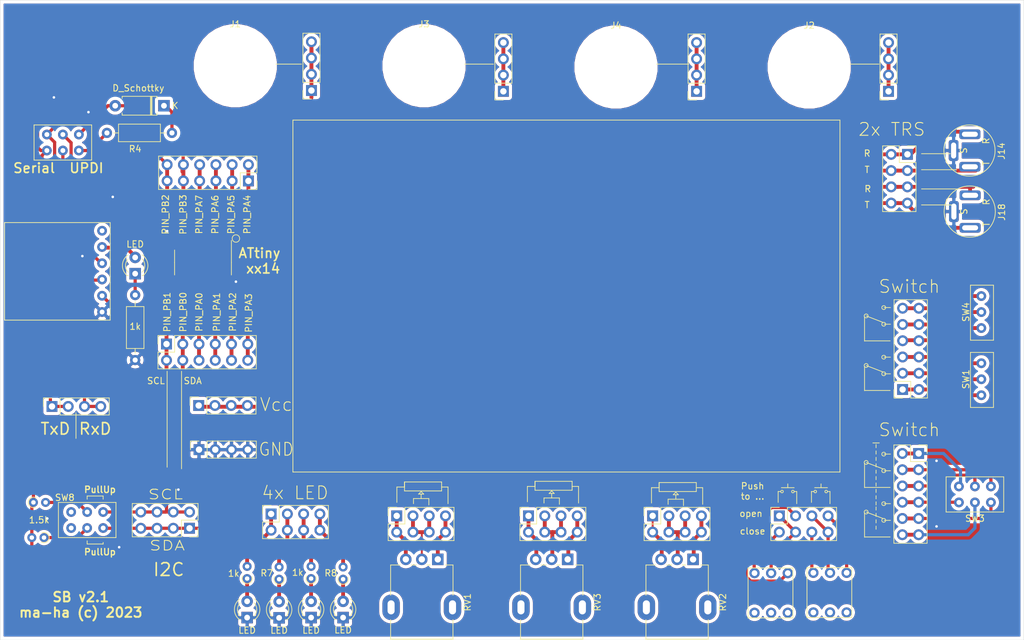
<source format=kicad_pcb>
(kicad_pcb (version 20171130) (host pcbnew 5.1.7-a382d34a8~87~ubuntu18.04.1)
  (title_block (title "ATtiny Prototype Board") (date 2023-12-23) (rev 2.1) (company ma-ha))
  (layers (0 F.Cu signal) (31 B.Cu signal) (34 B.Paste user) (35 F.Paste user) (36 B.SilkS user) (37 F.SilkS user) (38 B.Mask user) (39 F.Mask user) (44 Edge.Cuts user))
  (net 0 "")
  (net 1 "Net-(D1-Pad2)")
  (net 2 "Net-(D2-Pad2)")
  (net 3 "Net-(D3-Pad2)")
  (net 4 "Net-(D3-Pad1)")
  (net 5 TinyP9)
  (net 6 "Net-(D4-Pad1)")
  (net 7 TinyP1)
  (net 8 TinyP2)
  (net 9 TinyP3)
  (net 10 TinyP4)
  (net 11 TXD)
  (net 12 RXD)
  (net 13 SDA)
  (net 14 SCL)
  (net 15 TinyP10)
  (net 16 TinyP11)
  (net 17 TinyP12)
  (net 18 "Net-(J1-Pad1)")
  (net 19 "Net-(J10-Pad1)")
  (net 20 "Net-(J11-Pad1)")
  (net 21 "Net-(J12-Pad1)")
  (net 22 "Net-(J15-Pad7)")
  (net 23 "Net-(J15-Pad3)")
  (net 24 "Net-(J15-Pad1)")
  (net 25 "Net-(J16-Pad7)")
  (net 26 "Net-(J16-Pad5)")
  (net 27 "Net-(J19-Pad7)")
  (net 28 "Net-(J19-Pad3)")
  (net 29 "Net-(J19-Pad1)")
  (net 30 "Net-(J21-Pad5)")
  (net 31 "Net-(J21-Pad1)")
  (net 32 "Net-(J22-Pad7)")
  (net 33 "Net-(J22-Pad3)")
  (net 34 "Net-(J22-Pad1)")
  (net 35 GND)
  (net 36 VCC)
  (net 37 "Net-(R4-Pad2)")
  (net 38 FTDI-TXD)
  (net 39 FTDI-RXD)
  (net 40 "Net-(U1-Pad1)")
  (net 41 "Net-(J14-Pad1)")
  (net 42 "Net-(J14-Pad3)")
  (net 43 "Net-(J5-Pad1)")
  (net 44 "Net-(J5-Pad11)")
  (net 45 "Net-(J5-Pad10)")
  (net 46 "Net-(J5-Pad5)")
  (net 47 "Net-(J21-Pad7)")
  (net 48 "Net-(J21-Pad3)")
  (net 49 "Net-(J5-Pad7)")
  (net 50 "Net-(J5-Pad3)")
  (net 51 "Net-(J8-Pad11)")
  (net 52 "Net-(J8-Pad10)")
  (net 53 "Net-(J8-Pad7)")
  (net 54 "Net-(J8-Pad5)")
  (net 55 "Net-(J8-Pad3)")
  (net 56 "Net-(J8-Pad1)")
  (net 57 "Net-(D5-Pad2)")
  (net 58 "Net-(D6-Pad2)")
  (net 59 "Net-(SW8-Pad4)")
  (net 60 "Net-(SW8-Pad1)")
  (net 61 "Net-(R5-Pad1)")
  (net 62 "Net-(R6-Pad2)")
  (net 63 "Net-(J21-Pad6)")
  (net 64 "Net-(J21-Pad2)")
  (net 65 "Net-(SW10-Pad6)")
  (net 66 "Net-(SW10-Pad5)")
  (net 67 "Net-(SW10-Pad4)")
  (net 68 "Net-(SW9-Pad6)")
  (net 69 "Net-(SW9-Pad5)")
  (net 70 "Net-(SW9-Pad4)")
  (net 71 "Net-(J6-Pad7)")
  (net 72 "Net-(J6-Pad5)")
  (net 73 "Net-(J6-Pad3)")
  (net 74 "Net-(J6-Pad1)")
  (module LED_THT:LED_D3.0mm (layer F.Cu) (at 62.1 65.75 90)
    (fp_text reference D3 hide)
    (fp_text value LED (at 4.6 0 180) (layer F.SilkS))
    (pad 2 thru_hole circle (at 2.54 0 90) (size 1.8 1.8) (drill 0.9) (layers *.Cu *.Mask) (net 3 "Net-(D3-Pad2)"))
    (pad 1 thru_hole rect (at 0 0 90) (size 1.8 1.8) (drill 0.9) (layers *.Cu *.Mask) (net 4 "Net-(D3-Pad1)"))
  )
  (module Resistor_THT:R_Axial_DIN0207_L6.3mm_D2.5mm_P10.16mm_Horizontal (layer F.Cu) (at 62.1 79.25 90)
    (fp_text reference 1k (at 5.25 0 180) (layer F.SilkS))
    (fp_text value 1k)
    (pad 2 thru_hole oval (at 10.16 0 90) (size 1.6 1.6) (drill 0.8) (layers *.Cu *.Mask) (net 4 "Net-(D3-Pad1)"))
    (pad 1 thru_hole circle (at 0 0 90) (size 1.6 1.6) (drill 0.8) (layers *.Cu *.Mask) (net 35 GND))
  )
  (module Resistor_THT:R_Axial_DIN0204_L3.6mm_D1.6mm_P1.90mm_Vertical (layer F.Cu) (at 94.6 113.5 90)
    (fp_text reference R8 (at 0.95 -1.92 180) (layer F.SilkS))
    (fp_text value 1k)
    (pad 2 thru_hole oval (at 1.9 0 90) (size 1.4 1.4) (drill 0.7) (layers *.Cu *.Mask) (net 71 "Net-(J6-Pad7)"))
    (pad 1 thru_hole circle (at 0 0 90) (size 1.4 1.4) (drill 0.7) (layers *.Cu *.Mask) (net 58 "Net-(D6-Pad2)"))
  )
  (module Resistor_THT:R_Axial_DIN0204_L3.6mm_D1.6mm_P1.90mm_Vertical (layer F.Cu) (at 84.6 113.5 90)
    (fp_text reference R7 (at 0.95 -1.92 180) (layer F.SilkS))
    (fp_text value 1k)
    (pad 2 thru_hole oval (at 1.9 0 90) (size 1.4 1.4) (drill 0.7) (layers *.Cu *.Mask) (net 73 "Net-(J6-Pad3)"))
    (pad 1 thru_hole circle (at 0 0 90) (size 1.4 1.4) (drill 0.7) (layers *.Cu *.Mask) (net 2 "Net-(D2-Pad2)"))
  )
  (module Resistor_THT:R_Axial_DIN0207_L6.3mm_D2.5mm_P10.16mm_Horizontal (layer F.Cu) (at 67.85 43.75 180)
    (fp_text reference R4 (at 5.75 -2.5) (layer F.SilkS))
    (fp_text value 1k)
    (pad 2 thru_hole oval (at 10.16 0 180) (size 1.6 1.6) (drill 0.8) (layers *.Cu *.Mask) (net 37 "Net-(R4-Pad2)"))
    (pad 1 thru_hole circle (at 0 0 180) (size 1.6 1.6) (drill 0.8) (layers *.Cu *.Mask) (net 6 "Net-(D4-Pad1)"))
  )
  (module ftdi:Switch_SPDT_2P2T (layer F.Cu) (at 190.85 104 180)
    (fp_text reference SW3 (at -2.5 0) (layer F.SilkS))
    (fp_text value "2x Switch")
    (pad 6 thru_hole circle (at 0 5 180) (size 1.524 1.524) (drill 0.762) (layers *.Cu *.Mask) (net 56 "Net-(J8-Pad1)"))
    (pad 5 thru_hole circle (at -2.5 5 180) (size 1.524 1.524) (drill 0.762) (layers *.Cu *.Mask) (net 54 "Net-(J8-Pad5)"))
    (pad 4 thru_hole circle (at -5 5 180) (size 1.524 1.524) (drill 0.762) (layers *.Cu *.Mask) (net 55 "Net-(J8-Pad3)"))
    (pad 3 thru_hole circle (at 0 2.5 180) (size 1.524 1.524) (drill 0.762) (layers *.Cu *.Mask) (net 53 "Net-(J8-Pad7)"))
    (pad 2 thru_hole circle (at -2.5 2.5 180) (size 1.524 1.524) (drill 0.762) (layers *.Cu *.Mask) (net 51 "Net-(J8-Pad11)"))
    (pad 1 thru_hole circle (at -5 2.5 180) (size 1.524 1.524) (drill 0.762) (layers *.Cu *.Mask) (net 52 "Net-(J8-Pad10)"))
  )
  (module Connector_PinSocket_2.54mm:PinSocket_2x04_P2.54mm_Vertical (layer F.Cu) (at 162.78 103.6 90)
    (fp_text reference J21 hide)
    (fp_text value toBtn)
    (pad 8 thru_hole oval (at -2.54 7.62 90) (size 1.7 1.7) (drill 1) (layers *.Cu *.Mask) (net 30 "Net-(J21-Pad5)"))
    (pad 7 thru_hole oval (at 0 7.62 90) (size 1.7 1.7) (drill 1) (layers *.Cu *.Mask) (net 47 "Net-(J21-Pad7)"))
    (pad 6 thru_hole oval (at -2.54 5.08 90) (size 1.7 1.7) (drill 1) (layers *.Cu *.Mask) (net 63 "Net-(J21-Pad6)"))
    (pad 5 thru_hole oval (at 0 5.08 90) (size 1.7 1.7) (drill 1) (layers *.Cu *.Mask) (net 30 "Net-(J21-Pad5)"))
    (pad 4 thru_hole oval (at -2.54 2.54 90) (size 1.7 1.7) (drill 1) (layers *.Cu *.Mask) (net 31 "Net-(J21-Pad1)"))
    (pad 3 thru_hole oval (at 0 2.54 90) (size 1.7 1.7) (drill 1) (layers *.Cu *.Mask) (net 48 "Net-(J21-Pad3)"))
    (pad 2 thru_hole oval (at -2.54 0 90) (size 1.7 1.7) (drill 1) (layers *.Cu *.Mask) (net 64 "Net-(J21-Pad2)"))
    (pad 1 thru_hole rect (at 0 0 90) (size 1.7 1.7) (drill 1) (layers *.Cu *.Mask) (net 31 "Net-(J21-Pad1)"))
  )
  (module AudioChannel:FTDI (layer F.Cu) (at 51.85 56.5)
    (fp_text reference U1 hide)
    (fp_text value FTDI-Adapter)
    (pad 6 thru_hole circle (at 5.08 15.24) (size 1.524 1.524) (drill 0.762) (layers *.Cu *.Mask) (net 35 GND))
    (pad 5 thru_hole circle (at 5.08 12.7) (size 1.524 1.524) (drill 0.762) (layers *.Cu *.Mask) (net 36 VCC))
    (pad 4 thru_hole circle (at 5.08 10.16) (size 1.524 1.524) (drill 0.762) (layers *.Cu *.Mask) (net 38 FTDI-TXD))
    (pad 3 thru_hole circle (at 5.08 7.62) (size 1.524 1.524) (drill 0.762) (layers *.Cu *.Mask) (net 39 FTDI-RXD))
    (pad 2 thru_hole circle (at 5.08 5.08) (size 1.524 1.524) (drill 0.762) (layers *.Cu *.Mask) (net 3 "Net-(D3-Pad2)"))
    (pad 1 thru_hole circle (at 5.08 2.54) (size 1.524 1.524) (drill 0.762) (layers *.Cu *.Mask) (net 40 "Net-(U1-Pad1)"))
  )
  (module ftdi:PushBtn6x6 (layer F.Cu) (at 161.5 115.65 270)
    (fp_text reference SW10 hide)
    (fp_text value SW_Push_DPDT)
    (pad 6 thru_hole circle (at 3.1 -2.6 270) (size 1.6 1.6) (drill 0.9) (layers *.Cu *.Mask) (net 65 "Net-(SW10-Pad6)"))
    (pad 5 thru_hole circle (at 3.1 0 270) (size 1.6 1.6) (drill 0.9) (layers *.Cu *.Mask) (net 66 "Net-(SW10-Pad5)"))
    (pad 4 thru_hole circle (at 3.1 2.6 270) (size 1.6 1.6) (drill 0.9) (layers *.Cu *.Mask) (net 67 "Net-(SW10-Pad4)"))
    (pad 3 thru_hole circle (at -3.1 -2.6 270) (size 1.6 1.6) (drill 0.9) (layers *.Cu *.Mask) (net 48 "Net-(J21-Pad3)"))
    (pad 2 thru_hole circle (at -3.1 0 270) (size 1.6 1.6) (drill 0.9) (layers *.Cu *.Mask) (net 31 "Net-(J21-Pad1)"))
    (pad 1 thru_hole circle (at -3.1 2.6 270) (size 1.6 1.6) (drill 0.9) (layers *.Cu *.Mask) (net 64 "Net-(J21-Pad2)"))
  )
  (module ftdi:PushBtn6x6 (layer F.Cu) (at 170.7 115.6 270)
    (fp_text reference SW9 hide)
    (fp_text value SW_Push_DPDT)
    (pad 6 thru_hole circle (at 3.1 -2.6 270) (size 1.6 1.6) (drill 0.9) (layers *.Cu *.Mask) (net 68 "Net-(SW9-Pad6)"))
    (pad 5 thru_hole circle (at 3.1 0 270) (size 1.6 1.6) (drill 0.9) (layers *.Cu *.Mask) (net 69 "Net-(SW9-Pad5)"))
    (pad 4 thru_hole circle (at 3.1 2.6 270) (size 1.6 1.6) (drill 0.9) (layers *.Cu *.Mask) (net 70 "Net-(SW9-Pad4)"))
    (pad 3 thru_hole circle (at -3.1 -2.6 270) (size 1.6 1.6) (drill 0.9) (layers *.Cu *.Mask) (net 47 "Net-(J21-Pad7)"))
    (pad 2 thru_hole circle (at -3.1 0 270) (size 1.6 1.6) (drill 0.9) (layers *.Cu *.Mask) (net 30 "Net-(J21-Pad5)"))
    (pad 1 thru_hole circle (at -3.1 2.6 270) (size 1.6 1.6) (drill 0.9) (layers *.Cu *.Mask) (net 63 "Net-(J21-Pad6)"))
  )
  (module ftdi:Switch_SPDT_2P2T (layer F.Cu) (at 57.1 100.5)
    (fp_text reference SW8 (at -6 0.25) (layer F.SilkS))
    (fp_text value "2x Switch")
    (pad 6 thru_hole circle (at 0 5) (size 1.524 1.524) (drill 0.762) (layers *.Cu *.Mask) (net 13 SDA))
    (pad 5 thru_hole circle (at -2.5 5) (size 1.524 1.524) (drill 0.762) (layers *.Cu *.Mask) (net 61 "Net-(R5-Pad1)"))
    (pad 4 thru_hole circle (at -5 5) (size 1.524 1.524) (drill 0.762) (layers *.Cu *.Mask) (net 59 "Net-(SW8-Pad4)"))
    (pad 3 thru_hole circle (at 0 2.5) (size 1.524 1.524) (drill 0.762) (layers *.Cu *.Mask) (net 14 SCL))
    (pad 2 thru_hole circle (at -2.5 2.5) (size 1.524 1.524) (drill 0.762) (layers *.Cu *.Mask) (net 62 "Net-(R6-Pad2)"))
    (pad 1 thru_hole circle (at -5 2.5) (size 1.524 1.524) (drill 0.762) (layers *.Cu *.Mask) (net 60 "Net-(SW8-Pad1)"))
  )
  (module Resistor_THT:R_Axial_DIN0204_L3.6mm_D1.6mm_P1.90mm_Vertical (layer F.Cu) (at 46.2 101.5)
    (fp_text reference R6 hide)
    (fp_text value 1.5k)
    (pad 2 thru_hole oval (at 1.9 0) (size 1.4 1.4) (drill 0.7) (layers *.Cu *.Mask) (net 62 "Net-(R6-Pad2)"))
    (pad 1 thru_hole circle (at 0 0) (size 1.4 1.4) (drill 0.7) (layers *.Cu *.Mask) (net 36 VCC))
  )
  (module ftdi:Switch_SPDT_1P2T (layer F.Cu) (at 191.85 69.25 90)
    (fp_text reference SW4 (at -2.5 0.1 90) (layer F.SilkS))
    (fp_text value SW_SPDT)
    (pad 3 thru_hole circle (at 0 2.5 90) (size 1.524 1.524) (drill 0.762) (layers *.Cu *.Mask) (net 44 "Net-(J5-Pad11)"))
    (pad 2 thru_hole circle (at -2.5 2.5 90) (size 1.524 1.524) (drill 0.762) (layers *.Cu *.Mask) (net 45 "Net-(J5-Pad10)"))
    (pad 1 thru_hole circle (at -5 2.5 90) (size 1.524 1.524) (drill 0.762) (layers *.Cu *.Mask) (net 49 "Net-(J5-Pad7)"))
  )
  (module ftdi:Switch_SPDT_2P2T (layer F.Cu) (at 53.3 41.5)
    (fp_text reference SW2 hide)
    (fp_text value "Switch UPDI")
    (pad 6 thru_hole circle (at 0 5) (size 1.524 1.524) (drill 0.762) (layers *.Cu *.Mask) (net 37 "Net-(R4-Pad2)"))
    (pad 5 thru_hole circle (at -2.5 5) (size 1.524 1.524) (drill 0.762) (layers *.Cu *.Mask) (net 38 FTDI-TXD))
    (pad 4 thru_hole circle (at -5 5) (size 1.524 1.524) (drill 0.762) (layers *.Cu *.Mask) (net 11 TXD))
    (pad 3 thru_hole circle (at 0 2.5) (size 1.524 1.524) (drill 0.762) (layers *.Cu *.Mask) (net 5 TinyP9))
    (pad 2 thru_hole circle (at -2.5 2.5) (size 1.524 1.524) (drill 0.762) (layers *.Cu *.Mask) (net 39 FTDI-RXD))
    (pad 1 thru_hole circle (at -5 2.5) (size 1.524 1.524) (drill 0.762) (layers *.Cu *.Mask) (net 12 RXD))
  )
  (module ftdi:Switch_SPDT_1P2T (layer F.Cu) (at 191.85 79.75 90)
    (fp_text reference SW1 (at -2.5 0.1 90) (layer F.SilkS))
    (fp_text value SW_SPDT)
    (pad 3 thru_hole circle (at 0 2.5 90) (size 1.524 1.524) (drill 0.762) (layers *.Cu *.Mask) (net 46 "Net-(J5-Pad5)"))
    (pad 2 thru_hole circle (at -2.5 2.5 90) (size 1.524 1.524) (drill 0.762) (layers *.Cu *.Mask) (net 50 "Net-(J5-Pad3)"))
    (pad 1 thru_hole circle (at -5 2.5 90) (size 1.524 1.524) (drill 0.762) (layers *.Cu *.Mask) (net 43 "Net-(J5-Pad1)"))
  )
  (module ftdi:Potentiometer_Single_Vertical (layer F.Cu) (at 129.7 110.4 270)
    (fp_text reference RV3 (at 6.71 -4.64 270) (layer F.SilkS))
    (fp_text value R_POT)
    (pad "" thru_hole oval (at 7.5 -2.3) (size 2.72 4) (drill oval 1.1 2.2) (layers *.Cu *.Mask))
    (pad "" thru_hole oval (at 7.5 7.3) (size 2.72 4) (drill oval 1.1 2.2) (layers *.Cu *.Mask))
    (pad 3 thru_hole circle (at 0 5) (size 1.8 1.8) (drill 1) (layers *.Cu *.Mask) (net 34 "Net-(J22-Pad1)"))
    (pad 2 thru_hole circle (at 0 2.5) (size 1.8 1.8) (drill 1) (layers *.Cu *.Mask) (net 33 "Net-(J22-Pad3)"))
    (pad 1 thru_hole rect (at 0 0) (size 1.8 1.8) (drill 1) (layers *.Cu *.Mask) (net 32 "Net-(J22-Pad7)"))
  )
  (module ftdi:Potentiometer_Single_Vertical (layer F.Cu) (at 149.3 110.4 270)
    (fp_text reference RV2 (at 6.71 -4.64 270) (layer F.SilkS))
    (fp_text value R_POT)
    (pad "" thru_hole oval (at 7.5 -2.3) (size 2.72 4) (drill oval 1.1 2.2) (layers *.Cu *.Mask))
    (pad "" thru_hole oval (at 7.5 7.3) (size 2.72 4) (drill oval 1.1 2.2) (layers *.Cu *.Mask))
    (pad 3 thru_hole circle (at 0 5) (size 1.8 1.8) (drill 1) (layers *.Cu *.Mask) (net 29 "Net-(J19-Pad1)"))
    (pad 2 thru_hole circle (at 0 2.5) (size 1.8 1.8) (drill 1) (layers *.Cu *.Mask) (net 28 "Net-(J19-Pad3)"))
    (pad 1 thru_hole rect (at 0 0) (size 1.8 1.8) (drill 1) (layers *.Cu *.Mask) (net 27 "Net-(J19-Pad7)"))
  )
  (module ftdi:Potentiometer_Single_Vertical (layer F.Cu) (at 109.4 110.4 270)
    (fp_text reference RV1 (at 6.71 -4.64 270) (layer F.SilkS))
    (fp_text value R_POT)
    (pad "" thru_hole oval (at 7.5 -2.3) (size 2.72 4) (drill oval 1.1 2.2) (layers *.Cu *.Mask))
    (pad "" thru_hole oval (at 7.5 7.3) (size 2.72 4) (drill oval 1.1 2.2) (layers *.Cu *.Mask))
    (pad 3 thru_hole circle (at 0 5) (size 1.8 1.8) (drill 1) (layers *.Cu *.Mask) (net 24 "Net-(J15-Pad1)"))
    (pad 2 thru_hole circle (at 0 2.5) (size 1.8 1.8) (drill 1) (layers *.Cu *.Mask) (net 23 "Net-(J15-Pad3)"))
    (pad 1 thru_hole rect (at 0 0) (size 1.8 1.8) (drill 1) (layers *.Cu *.Mask) (net 22 "Net-(J15-Pad7)"))
  )
  (module ftdi:Stereo3.5 (layer F.Cu) (at 195.14 56.04 90)
    (fp_text reference J18 (at -0.1 2.4 90) (layer F.SilkS))
    (fp_text value TRS35)
    (fp_text user S (at 0 -3.5 90) (layer F.SilkS))
    (fp_text user T (at -2 0 90) (layer F.SilkS))
    (fp_text user R (at 1.5 0 90) (layer F.SilkS))
    (pad 2 thru_hole roundrect (at 0 -5.08 180) (size 1.524 3.3) (drill oval 0.8 2.5) (layers *.Cu *.Mask) (net 35 GND))
    (pad 3 thru_hole roundrect (at 2.54 -2.54 90) (size 1.524 3.3) (drill oval 0.8 2.5) (layers *.Cu *.Mask) (net 26 "Net-(J16-Pad5)"))
    (pad 1 thru_hole roundrect (at -2.54 -2.54 90) (size 1.524 3.3) (drill oval 0.8 2.5) (layers *.Cu *.Mask) (net 25 "Net-(J16-Pad7)"))
  )
  (module ftdi:Stereo3.5 (layer F.Cu) (at 195.1 46.5 90)
    (fp_text reference J14 (at -0.1 2.4 90) (layer F.SilkS))
    (fp_text value TRS35)
    (fp_text user S (at 0 -3.5 90) (layer F.SilkS))
    (fp_text user T (at -2 0 90) (layer F.SilkS))
    (fp_text user R (at 1.5 0 90) (layer F.SilkS))
    (pad 2 thru_hole roundrect (at 0 -5.08 180) (size 1.524 3.3) (drill oval 0.8 2.5) (layers *.Cu *.Mask) (net 35 GND))
    (pad 3 thru_hole roundrect (at 2.54 -2.54 90) (size 1.524 3.3) (drill oval 0.8 2.5) (layers *.Cu *.Mask) (net 42 "Net-(J14-Pad3)"))
    (pad 1 thru_hole roundrect (at -2.54 -2.54 90) (size 1.524 3.3) (drill oval 0.8 2.5) (layers *.Cu *.Mask) (net 41 "Net-(J14-Pad1)"))
  )
  (module ftdi:Banana (layer F.Cu) (at 137.25 26.465)
    (fp_text reference J4 (at 0 0.5) (layer F.SilkS))
    (fp_text value Banana)
    (pad "" np_thru_hole circle (at 0 6.985) (size 12 12) (drill 12) (layers *.Cu *.Mask))
  )
  (module ftdi:Banana (layer F.Cu) (at 107.25 26.265)
    (fp_text reference J3 (at 0 0.5) (layer F.SilkS))
    (fp_text value Banana)
    (pad "" np_thru_hole circle (at 0 6.985) (size 12 12) (drill 12) (layers *.Cu *.Mask))
  )
  (module ftdi:Banana (layer F.Cu) (at 167.45 26.465)
    (fp_text reference J2 (at 0 0.5) (layer F.SilkS))
    (fp_text value Banana)
    (pad "" np_thru_hole circle (at 0 6.985) (size 12 12) (drill 12) (layers *.Cu *.Mask))
  )
  (module ftdi:Banana (layer F.Cu) (at 77.75 26.265)
    (fp_text reference J1 (at 0 0.5) (layer F.SilkS))
    (fp_text value Banana)
    (pad "" np_thru_hole circle (at 0 6.985) (size 12 12) (drill 12) (layers *.Cu *.Mask))
  )
  (module Connector_PinSocket_2.54mm:PinSocket_2x06_P2.54mm_Vertical (layer F.Cu) (at 182.05 83.85 180)
    (fp_text reference J5 hide)
    (fp_text value tinyRight)
    (pad 12 thru_hole oval (at -2.54 12.7 180) (size 1.7 1.7) (drill 1) (layers *.Cu *.Mask) (net 44 "Net-(J5-Pad11)"))
    (pad 11 thru_hole oval (at 0 12.7 180) (size 1.7 1.7) (drill 1) (layers *.Cu *.Mask) (net 44 "Net-(J5-Pad11)"))
    (pad 10 thru_hole oval (at -2.54 10.16 180) (size 1.7 1.7) (drill 1) (layers *.Cu *.Mask) (net 45 "Net-(J5-Pad10)"))
    (pad 9 thru_hole oval (at 0 10.16 180) (size 1.7 1.7) (drill 1) (layers *.Cu *.Mask) (net 45 "Net-(J5-Pad10)"))
    (pad 8 thru_hole oval (at -2.54 7.62 180) (size 1.7 1.7) (drill 1) (layers *.Cu *.Mask) (net 49 "Net-(J5-Pad7)"))
    (pad 7 thru_hole oval (at 0 7.62 180) (size 1.7 1.7) (drill 1) (layers *.Cu *.Mask) (net 49 "Net-(J5-Pad7)"))
    (pad 6 thru_hole oval (at -2.54 5.08 180) (size 1.7 1.7) (drill 1) (layers *.Cu *.Mask) (net 46 "Net-(J5-Pad5)"))
    (pad 5 thru_hole oval (at 0 5.08 180) (size 1.7 1.7) (drill 1) (layers *.Cu *.Mask) (net 46 "Net-(J5-Pad5)"))
    (pad 4 thru_hole oval (at -2.54 2.54 180) (size 1.7 1.7) (drill 1) (layers *.Cu *.Mask) (net 50 "Net-(J5-Pad3)"))
    (pad 3 thru_hole oval (at 0 2.54 180) (size 1.7 1.7) (drill 1) (layers *.Cu *.Mask) (net 50 "Net-(J5-Pad3)"))
    (pad 2 thru_hole oval (at -2.54 0 180) (size 1.7 1.7) (drill 1) (layers *.Cu *.Mask) (net 43 "Net-(J5-Pad1)"))
    (pad 1 thru_hole rect (at 0 0 180) (size 1.7 1.7) (drill 1) (layers *.Cu *.Mask) (net 43 "Net-(J5-Pad1)"))
  )
  (module LED_THT:LED_D3.0mm (layer F.Cu) (at 94.6 119.5 90)
    (fp_text reference D6 hide)
    (fp_text value LED (at -1.96 0 180) (layer F.SilkS))
    (pad 2 thru_hole circle (at 2.54 0 90) (size 1.8 1.8) (drill 0.9) (layers *.Cu *.Mask) (net 58 "Net-(D6-Pad2)"))
    (pad 1 thru_hole rect (at 0 0 90) (size 1.8 1.8) (drill 0.9) (layers *.Cu *.Mask) (net 35 GND))
  )
  (module LED_THT:LED_D3.0mm (layer F.Cu) (at 89.6 119.5 90)
    (fp_text reference D5 hide)
    (fp_text value LED (at -2 0 180) (layer F.SilkS))
    (pad 2 thru_hole circle (at 2.54 0 90) (size 1.8 1.8) (drill 0.9) (layers *.Cu *.Mask) (net 57 "Net-(D5-Pad2)"))
    (pad 1 thru_hole rect (at 0 0 90) (size 1.8 1.8) (drill 0.9) (layers *.Cu *.Mask) (net 35 GND))
  )
  (module Connector_PinSocket_2.54mm:PinSocket_2x06_P2.54mm_Vertical (layer F.Cu) (at 79.8 51.25 270)
    (fp_text reference J13 hide)
    (fp_text value tinyLeft)
    (pad 12 thru_hole oval (at -2.54 12.7 270) (size 1.7 1.7) (drill 1) (layers *.Cu *.Mask) (net 12 RXD))
    (pad 11 thru_hole oval (at 0 12.7 270) (size 1.7 1.7) (drill 1) (layers *.Cu *.Mask) (net 12 RXD))
    (pad 10 thru_hole oval (at -2.54 10.16 270) (size 1.7 1.7) (drill 1) (layers *.Cu *.Mask) (net 11 TXD))
    (pad 9 thru_hole oval (at 0 10.16 270) (size 1.7 1.7) (drill 1) (layers *.Cu *.Mask) (net 11 TXD))
    (pad 8 thru_hole oval (at -2.54 7.62 270) (size 1.7 1.7) (drill 1) (layers *.Cu *.Mask) (net 10 TinyP4))
    (pad 7 thru_hole oval (at 0 7.62 270) (size 1.7 1.7) (drill 1) (layers *.Cu *.Mask) (net 10 TinyP4))
    (pad 6 thru_hole oval (at -2.54 5.08 270) (size 1.7 1.7) (drill 1) (layers *.Cu *.Mask) (net 9 TinyP3))
    (pad 5 thru_hole oval (at 0 5.08 270) (size 1.7 1.7) (drill 1) (layers *.Cu *.Mask) (net 9 TinyP3))
    (pad 4 thru_hole oval (at -2.54 2.54 270) (size 1.7 1.7) (drill 1) (layers *.Cu *.Mask) (net 8 TinyP2))
    (pad 3 thru_hole oval (at 0 2.54 270) (size 1.7 1.7) (drill 1) (layers *.Cu *.Mask) (net 8 TinyP2))
    (pad 2 thru_hole oval (at -2.54 0 270) (size 1.7 1.7) (drill 1) (layers *.Cu *.Mask) (net 7 TinyP1))
    (pad 1 thru_hole rect (at 0 0 270) (size 1.7 1.7) (drill 1) (layers *.Cu *.Mask) (net 7 TinyP1))
  )
  (module Connector_PinSocket_2.54mm:PinSocket_1x04_P2.54mm_Vertical (layer F.Cu) (at 72.03 86.35 90)
    (fp_text reference J23 hide)
    (fp_text value VCC)
    (pad 4 thru_hole oval (at 0 7.62 90) (size 1.7 1.7) (drill 1) (layers *.Cu *.Mask) (net 36 VCC))
    (pad 3 thru_hole oval (at 0 5.08 90) (size 1.7 1.7) (drill 1) (layers *.Cu *.Mask) (net 36 VCC))
    (pad 2 thru_hole oval (at 0 2.54 90) (size 1.7 1.7) (drill 1) (layers *.Cu *.Mask) (net 36 VCC))
    (pad 1 thru_hole rect (at 0 0 90) (size 1.7 1.7) (drill 1) (layers *.Cu *.Mask) (net 36 VCC))
  )
  (module Connector_PinSocket_2.54mm:PinSocket_1x04_P2.54mm_Vertical (layer F.Cu) (at 72.08 93.25 90)
    (fp_text reference J20 hide)
    (fp_text value GND)
    (pad 4 thru_hole oval (at 0 7.62 90) (size 1.7 1.7) (drill 1) (layers *.Cu *.Mask) (net 35 GND))
    (pad 3 thru_hole oval (at 0 5.08 90) (size 1.7 1.7) (drill 1) (layers *.Cu *.Mask) (net 35 GND))
    (pad 2 thru_hole oval (at 0 2.54 90) (size 1.7 1.7) (drill 1) (layers *.Cu *.Mask) (net 35 GND))
    (pad 1 thru_hole rect (at 0 0 90) (size 1.7 1.7) (drill 1) (layers *.Cu *.Mask) (net 35 GND))
  )
  (module Connector_PinSocket_2.54mm:PinSocket_1x04_P2.54mm_Vertical (layer F.Cu) (at 149.85 37.25 180)
    (fp_text reference J12 hide)
    (fp_text value banana)
    (pad 4 thru_hole oval (at 0 7.62 180) (size 1.7 1.7) (drill 1) (layers *.Cu *.Mask) (net 21 "Net-(J12-Pad1)"))
    (pad 3 thru_hole oval (at 0 5.08 180) (size 1.7 1.7) (drill 1) (layers *.Cu *.Mask) (net 21 "Net-(J12-Pad1)"))
    (pad 2 thru_hole oval (at 0 2.54 180) (size 1.7 1.7) (drill 1) (layers *.Cu *.Mask) (net 21 "Net-(J12-Pad1)"))
    (pad 1 thru_hole rect (at 0 0 180) (size 1.7 1.7) (drill 1) (layers *.Cu *.Mask) (net 21 "Net-(J12-Pad1)"))
  )
  (module Connector_PinSocket_2.54mm:PinSocket_1x04_P2.54mm_Vertical (layer F.Cu) (at 179.85 37.25 180)
    (fp_text reference J11 hide)
    (fp_text value banana)
    (pad 4 thru_hole oval (at 0 7.62 180) (size 1.7 1.7) (drill 1) (layers *.Cu *.Mask) (net 20 "Net-(J11-Pad1)"))
    (pad 3 thru_hole oval (at 0 5.08 180) (size 1.7 1.7) (drill 1) (layers *.Cu *.Mask) (net 20 "Net-(J11-Pad1)"))
    (pad 2 thru_hole oval (at 0 2.54 180) (size 1.7 1.7) (drill 1) (layers *.Cu *.Mask) (net 20 "Net-(J11-Pad1)"))
    (pad 1 thru_hole rect (at 0 0 180) (size 1.7 1.7) (drill 1) (layers *.Cu *.Mask) (net 20 "Net-(J11-Pad1)"))
  )
  (module Connector_PinSocket_2.54mm:PinSocket_1x04_P2.54mm_Vertical (layer F.Cu) (at 119.65 37.25 180)
    (fp_text reference J10 hide)
    (fp_text value banana)
    (pad 4 thru_hole oval (at 0 7.62 180) (size 1.7 1.7) (drill 1) (layers *.Cu *.Mask) (net 19 "Net-(J10-Pad1)"))
    (pad 3 thru_hole oval (at 0 5.08 180) (size 1.7 1.7) (drill 1) (layers *.Cu *.Mask) (net 19 "Net-(J10-Pad1)"))
    (pad 2 thru_hole oval (at 0 2.54 180) (size 1.7 1.7) (drill 1) (layers *.Cu *.Mask) (net 19 "Net-(J10-Pad1)"))
    (pad 1 thru_hole rect (at 0 0 180) (size 1.7 1.7) (drill 1) (layers *.Cu *.Mask) (net 19 "Net-(J10-Pad1)"))
  )
  (module Connector_PinSocket_2.54mm:PinSocket_1x04_P2.54mm_Vertical (layer F.Cu) (at 89.65 37.12 180)
    (fp_text reference J9 hide)
    (fp_text value banana)
    (pad 4 thru_hole oval (at 0 7.62 180) (size 1.7 1.7) (drill 1) (layers *.Cu *.Mask) (net 18 "Net-(J1-Pad1)"))
    (pad 3 thru_hole oval (at 0 5.08 180) (size 1.7 1.7) (drill 1) (layers *.Cu *.Mask) (net 18 "Net-(J1-Pad1)"))
    (pad 2 thru_hole oval (at 0 2.54 180) (size 1.7 1.7) (drill 1) (layers *.Cu *.Mask) (net 18 "Net-(J1-Pad1)"))
    (pad 1 thru_hole rect (at 0 0 180) (size 1.7 1.7) (drill 1) (layers *.Cu *.Mask) (net 18 "Net-(J1-Pad1)"))
  )
  (module Connector_PinSocket_2.54mm:PinSocket_1x04_P2.54mm_Vertical (layer F.Cu) (at 49.1 86.5 90)
    (fp_text reference J17 hide)
    (fp_text value USART)
    (pad 4 thru_hole oval (at 0 7.62 90) (size 1.7 1.7) (drill 1) (layers *.Cu *.Mask) (net 12 RXD))
    (pad 3 thru_hole oval (at 0 5.08 90) (size 1.7 1.7) (drill 1) (layers *.Cu *.Mask) (net 12 RXD))
    (pad 2 thru_hole oval (at 0 2.54 90) (size 1.7 1.7) (drill 1) (layers *.Cu *.Mask) (net 11 TXD))
    (pad 1 thru_hole rect (at 0 0 90) (size 1.7 1.7) (drill 1) (layers *.Cu *.Mask) (net 11 TXD))
  )
  (module Resistor_THT:R_Axial_DIN0204_L3.6mm_D1.6mm_P1.90mm_Vertical (layer F.Cu) (at 47.85 107 180)
    (fp_text reference R5 hide)
    (fp_text value 1.5k (at 0.75 2.75 180) (layer F.SilkS))
    (pad 2 thru_hole oval (at 1.9 0 180) (size 1.4 1.4) (drill 0.7) (layers *.Cu *.Mask) (net 36 VCC))
    (pad 1 thru_hole circle (at 0 0 180) (size 1.4 1.4) (drill 0.7) (layers *.Cu *.Mask) (net 61 "Net-(R5-Pad1)"))
  )
  (module Resistor_THT:R_Axial_DIN0204_L3.6mm_D1.6mm_P1.90mm_Vertical (layer F.Cu) (at 89.6 113.4 90)
    (fp_text reference R2 hide)
    (fp_text value 1k (at 0.95 -2.1 180) (layer F.SilkS))
    (pad 2 thru_hole oval (at 1.9 0 90) (size 1.4 1.4) (drill 0.7) (layers *.Cu *.Mask) (net 72 "Net-(J6-Pad5)"))
    (pad 1 thru_hole circle (at 0 0 90) (size 1.4 1.4) (drill 0.7) (layers *.Cu *.Mask) (net 57 "Net-(D5-Pad2)"))
  )
  (module Resistor_THT:R_Axial_DIN0204_L3.6mm_D1.6mm_P1.90mm_Vertical (layer F.Cu) (at 79.6 113.4 90)
    (fp_text reference R1 hide)
    (fp_text value 1k (at 0.8 -2.1 180) (layer F.SilkS))
    (pad 2 thru_hole oval (at 1.9 0 90) (size 1.4 1.4) (drill 0.7) (layers *.Cu *.Mask) (net 74 "Net-(J6-Pad1)"))
    (pad 1 thru_hole circle (at 0 0 90) (size 1.4 1.4) (drill 0.7) (layers *.Cu *.Mask) (net 1 "Net-(D1-Pad2)"))
  )
  (module Connector_PinSocket_2.54mm:PinSocket_2x04_P2.54mm_Vertical (layer F.Cu) (at 83.35 103.3 90)
    (fp_text reference J6 hide)
    (fp_text value toPoti)
    (pad 8 thru_hole oval (at -2.54 7.62 90) (size 1.7 1.7) (drill 1) (layers *.Cu *.Mask) (net 71 "Net-(J6-Pad7)"))
    (pad 7 thru_hole oval (at 0 7.62 90) (size 1.7 1.7) (drill 1) (layers *.Cu *.Mask) (net 71 "Net-(J6-Pad7)"))
    (pad 6 thru_hole oval (at -2.54 5.08 90) (size 1.7 1.7) (drill 1) (layers *.Cu *.Mask) (net 72 "Net-(J6-Pad5)"))
    (pad 5 thru_hole oval (at 0 5.08 90) (size 1.7 1.7) (drill 1) (layers *.Cu *.Mask) (net 72 "Net-(J6-Pad5)"))
    (pad 4 thru_hole oval (at -2.54 2.54 90) (size 1.7 1.7) (drill 1) (layers *.Cu *.Mask) (net 73 "Net-(J6-Pad3)"))
    (pad 3 thru_hole oval (at 0 2.54 90) (size 1.7 1.7) (drill 1) (layers *.Cu *.Mask) (net 73 "Net-(J6-Pad3)"))
    (pad 2 thru_hole oval (at -2.54 0 90) (size 1.7 1.7) (drill 1) (layers *.Cu *.Mask) (net 74 "Net-(J6-Pad1)"))
    (pad 1 thru_hole rect (at 0 0 90) (size 1.7 1.7) (drill 1) (layers *.Cu *.Mask) (net 74 "Net-(J6-Pad1)"))
  )
  (module Diode_THT:D_A-405_P7.62mm_Horizontal (layer F.Cu) (at 66.6 39.5 180)
    (fp_text reference D4 hide)
    (fp_text value D_Schottky (at 4 2.75 180) (layer F.SilkS))
    (fp_text user K (at -1.75 0) (layer F.SilkS))
    (pad 2 thru_hole oval (at 7.62 0 180) (size 1.8 1.8) (drill 0.9) (layers *.Cu *.Mask) (net 5 TinyP9))
    (pad 1 thru_hole rect (at 0 0 180) (size 1.8 1.8) (drill 0.9) (layers *.Cu *.Mask) (net 6 "Net-(D4-Pad1)"))
  )
  (module LED_THT:LED_D3.0mm (layer F.Cu) (at 84.6 119.54 90)
    (fp_text reference D2 hide)
    (fp_text value LED (at -1.96 0 180) (layer F.SilkS))
    (pad 2 thru_hole circle (at 2.54 0 90) (size 1.8 1.8) (drill 0.9) (layers *.Cu *.Mask) (net 2 "Net-(D2-Pad2)"))
    (pad 1 thru_hole rect (at 0 0 90) (size 1.8 1.8) (drill 0.9) (layers *.Cu *.Mask) (net 35 GND))
  )
  (module LED_THT:LED_D3.0mm (layer F.Cu) (at 79.6 119.5 90)
    (fp_text reference D1 hide)
    (fp_text value LED (at -2 0 180) (layer F.SilkS))
    (pad 2 thru_hole circle (at 2.54 0 90) (size 1.8 1.8) (drill 0.9) (layers *.Cu *.Mask) (net 1 "Net-(D1-Pad2)"))
    (pad 1 thru_hole rect (at 0 0 90) (size 1.8 1.8) (drill 0.9) (layers *.Cu *.Mask) (net 35 GND))
  )
  (module Connector_PinSocket_2.54mm:PinSocket_2x06_P2.54mm_Vertical (layer F.Cu) (at 184.55 93.85)
    (fp_text reference J8 hide)
    (fp_text value tinyRight)
    (pad 12 thru_hole oval (at -2.54 12.7) (size 1.7 1.7) (drill 1) (layers *.Cu *.Mask) (net 51 "Net-(J8-Pad11)"))
    (pad 11 thru_hole oval (at 0 12.7) (size 1.7 1.7) (drill 1) (layers *.Cu *.Mask) (net 51 "Net-(J8-Pad11)"))
    (pad 10 thru_hole oval (at -2.54 10.16) (size 1.7 1.7) (drill 1) (layers *.Cu *.Mask) (net 52 "Net-(J8-Pad10)"))
    (pad 9 thru_hole oval (at 0 10.16) (size 1.7 1.7) (drill 1) (layers *.Cu *.Mask) (net 52 "Net-(J8-Pad10)"))
    (pad 8 thru_hole oval (at -2.54 7.62) (size 1.7 1.7) (drill 1) (layers *.Cu *.Mask) (net 53 "Net-(J8-Pad7)"))
    (pad 7 thru_hole oval (at 0 7.62) (size 1.7 1.7) (drill 1) (layers *.Cu *.Mask) (net 53 "Net-(J8-Pad7)"))
    (pad 6 thru_hole oval (at -2.54 5.08) (size 1.7 1.7) (drill 1) (layers *.Cu *.Mask) (net 54 "Net-(J8-Pad5)"))
    (pad 5 thru_hole oval (at 0 5.08) (size 1.7 1.7) (drill 1) (layers *.Cu *.Mask) (net 54 "Net-(J8-Pad5)"))
    (pad 4 thru_hole oval (at -2.54 2.54) (size 1.7 1.7) (drill 1) (layers *.Cu *.Mask) (net 55 "Net-(J8-Pad3)"))
    (pad 3 thru_hole oval (at 0 2.54) (size 1.7 1.7) (drill 1) (layers *.Cu *.Mask) (net 55 "Net-(J8-Pad3)"))
    (pad 2 thru_hole oval (at -2.54 0) (size 1.7 1.7) (drill 1) (layers *.Cu *.Mask) (net 56 "Net-(J8-Pad1)"))
    (pad 1 thru_hole rect (at 0 0) (size 1.7 1.7) (drill 1) (layers *.Cu *.Mask) (net 56 "Net-(J8-Pad1)"))
  )
  (module Connector_PinSocket_2.54mm:PinSocket_2x06_P2.54mm_Vertical (layer F.Cu) (at 67 76.75 90)
    (fp_text reference J7 hide)
    (fp_text value tinyRight)
    (pad 12 thru_hole oval (at -2.54 12.7 90) (size 1.7 1.7) (drill 1) (layers *.Cu *.Mask) (net 17 TinyP12))
    (pad 11 thru_hole oval (at 0 12.7 90) (size 1.7 1.7) (drill 1) (layers *.Cu *.Mask) (net 17 TinyP12))
    (pad 10 thru_hole oval (at -2.54 10.16 90) (size 1.7 1.7) (drill 1) (layers *.Cu *.Mask) (net 16 TinyP11))
    (pad 9 thru_hole oval (at 0 10.16 90) (size 1.7 1.7) (drill 1) (layers *.Cu *.Mask) (net 16 TinyP11))
    (pad 8 thru_hole oval (at -2.54 7.62 90) (size 1.7 1.7) (drill 1) (layers *.Cu *.Mask) (net 15 TinyP10))
    (pad 7 thru_hole oval (at 0 7.62 90) (size 1.7 1.7) (drill 1) (layers *.Cu *.Mask) (net 15 TinyP10))
    (pad 6 thru_hole oval (at -2.54 5.08 90) (size 1.7 1.7) (drill 1) (layers *.Cu *.Mask) (net 5 TinyP9))
    (pad 5 thru_hole oval (at 0 5.08 90) (size 1.7 1.7) (drill 1) (layers *.Cu *.Mask) (net 5 TinyP9))
    (pad 4 thru_hole oval (at -2.54 2.54 90) (size 1.7 1.7) (drill 1) (layers *.Cu *.Mask) (net 13 SDA))
    (pad 3 thru_hole oval (at 0 2.54 90) (size 1.7 1.7) (drill 1) (layers *.Cu *.Mask) (net 13 SDA))
    (pad 2 thru_hole oval (at -2.54 0 90) (size 1.7 1.7) (drill 1) (layers *.Cu *.Mask) (net 14 SCL))
    (pad 1 thru_hole rect (at 0 0 90) (size 1.7 1.7) (drill 1) (layers *.Cu *.Mask) (net 14 SCL))
  )
  (module "" (layer F.Cu) (at 178.4 49.1)
    (fp_text reference "" (at 0 0) (layer F.SilkS) (effects (font (size 1.27 1.27))))
    (fp_text value "" (at 0 0) (layer F.SilkS) (effects (font (size 1.27 1.27))))
  )
  (module Package_SO:SOIC-14_3.9x8.7mm_P1.27mm (layer F.Cu) (at 72.7 64 270)
    (fp_text reference U2 hide)
    (fp_text value ATtinyXX14-SS hide)
    (pad 14 smd roundrect (at 2.475 -3.81 270) (size 1.95 0.6) (layers F.Cu F.Paste F.Mask) (net 35 GND))
    (pad 13 smd roundrect (at 2.475 -2.54 270) (size 1.95 0.6) (layers F.Cu F.Paste F.Mask) (net 17 TinyP12))
    (pad 12 smd roundrect (at 2.475 -1.27 270) (size 1.95 0.6) (layers F.Cu F.Paste F.Mask) (net 16 TinyP11))
    (pad 11 smd roundrect (at 2.475 0 270) (size 1.95 0.6) (layers F.Cu F.Paste F.Mask) (net 15 TinyP10))
    (pad 10 smd roundrect (at 2.475 1.27 270) (size 1.95 0.6) (layers F.Cu F.Paste F.Mask) (net 5 TinyP9))
    (pad 9 smd roundrect (at 2.475 2.54 270) (size 1.95 0.6) (layers F.Cu F.Paste F.Mask) (net 13 SDA))
    (pad 8 smd roundrect (at 2.475 3.81 270) (size 1.95 0.6) (layers F.Cu F.Paste F.Mask) (net 14 SCL))
    (pad 7 smd roundrect (at -2.475 3.81 270) (size 1.95 0.6) (layers F.Cu F.Paste F.Mask) (net 12 RXD))
    (pad 6 smd roundrect (at -2.475 2.54 270) (size 1.95 0.6) (layers F.Cu F.Paste F.Mask) (net 11 TXD))
    (pad 5 smd roundrect (at -2.475 1.27 270) (size 1.95 0.6) (layers F.Cu F.Paste F.Mask) (net 10 TinyP4))
    (pad 4 smd roundrect (at -2.475 0 270) (size 1.95 0.6) (layers F.Cu F.Paste F.Mask) (net 9 TinyP3))
    (pad 3 smd roundrect (at -2.475 -1.27 270) (size 1.95 0.6) (layers F.Cu F.Paste F.Mask) (net 8 TinyP2))
    (pad 2 smd roundrect (at -2.475 -2.54 270) (size 1.95 0.6) (layers F.Cu F.Paste F.Mask) (net 7 TinyP1))
    (pad 1 smd roundrect (at -2.475 -3.81 270) (size 1.95 0.6) (layers F.Cu F.Paste F.Mask) (net 36 VCC))
  )
  (module Connector_PinSocket_2.54mm:PinSocket_2x04_P2.54mm_Vertical (layer F.Cu) (at 70.6 105.54 270)
    (fp_text reference J25 hide)
    (fp_text value I2C)
    (pad 8 thru_hole oval (at -2.54 7.62 270) (size 1.7 1.7) (drill 1) (layers *.Cu *.Mask) (net 14 SCL))
    (pad 7 thru_hole oval (at 0 7.62 270) (size 1.7 1.7) (drill 1) (layers *.Cu *.Mask) (net 13 SDA))
    (pad 6 thru_hole oval (at -2.54 5.08 270) (size 1.7 1.7) (drill 1) (layers *.Cu *.Mask) (net 14 SCL))
    (pad 5 thru_hole oval (at 0 5.08 270) (size 1.7 1.7) (drill 1) (layers *.Cu *.Mask) (net 13 SDA))
    (pad 4 thru_hole oval (at -2.54 2.54 270) (size 1.7 1.7) (drill 1) (layers *.Cu *.Mask) (net 14 SCL))
    (pad 3 thru_hole oval (at 0 2.54 270) (size 1.7 1.7) (drill 1) (layers *.Cu *.Mask) (net 13 SDA))
    (pad 2 thru_hole oval (at -2.54 0 270) (size 1.7 1.7) (drill 1) (layers *.Cu *.Mask) (net 14 SCL))
    (pad 1 thru_hole rect (at 0 0 270) (size 1.7 1.7) (drill 1) (layers *.Cu *.Mask) (net 13 SDA))
  )
  (module Connector_PinSocket_2.54mm:PinSocket_2x04_P2.54mm_Vertical (layer F.Cu) (at 123.58 103.6 90)
    (fp_text reference J22 hide)
    (fp_text value toPoti)
    (pad 8 thru_hole oval (at -2.54 7.62 90) (size 1.7 1.7) (drill 1) (layers *.Cu *.Mask) (net 32 "Net-(J22-Pad7)"))
    (pad 7 thru_hole oval (at 0 7.62 90) (size 1.7 1.7) (drill 1) (layers *.Cu *.Mask) (net 32 "Net-(J22-Pad7)"))
    (pad 6 thru_hole oval (at -2.54 5.08 90) (size 1.7 1.7) (drill 1) (layers *.Cu *.Mask) (net 33 "Net-(J22-Pad3)"))
    (pad 5 thru_hole oval (at 0 5.08 90) (size 1.7 1.7) (drill 1) (layers *.Cu *.Mask) (net 33 "Net-(J22-Pad3)"))
    (pad 4 thru_hole oval (at -2.54 2.54 90) (size 1.7 1.7) (drill 1) (layers *.Cu *.Mask) (net 33 "Net-(J22-Pad3)"))
    (pad 3 thru_hole oval (at 0 2.54 90) (size 1.7 1.7) (drill 1) (layers *.Cu *.Mask) (net 33 "Net-(J22-Pad3)"))
    (pad 2 thru_hole oval (at -2.54 0 90) (size 1.7 1.7) (drill 1) (layers *.Cu *.Mask) (net 34 "Net-(J22-Pad1)"))
    (pad 1 thru_hole rect (at 0 0 90) (size 1.7 1.7) (drill 1) (layers *.Cu *.Mask) (net 34 "Net-(J22-Pad1)"))
  )
  (module Connector_PinSocket_2.54mm:PinSocket_2x04_P2.54mm_Vertical (layer F.Cu) (at 142.98 103.6 90)
    (fp_text reference J19 hide)
    (fp_text value toPoti)
    (pad 8 thru_hole oval (at -2.54 7.62 90) (size 1.7 1.7) (drill 1) (layers *.Cu *.Mask) (net 27 "Net-(J19-Pad7)"))
    (pad 7 thru_hole oval (at 0 7.62 90) (size 1.7 1.7) (drill 1) (layers *.Cu *.Mask) (net 27 "Net-(J19-Pad7)"))
    (pad 6 thru_hole oval (at -2.54 5.08 90) (size 1.7 1.7) (drill 1) (layers *.Cu *.Mask) (net 28 "Net-(J19-Pad3)"))
    (pad 5 thru_hole oval (at 0 5.08 90) (size 1.7 1.7) (drill 1) (layers *.Cu *.Mask) (net 28 "Net-(J19-Pad3)"))
    (pad 4 thru_hole oval (at -2.54 2.54 90) (size 1.7 1.7) (drill 1) (layers *.Cu *.Mask) (net 28 "Net-(J19-Pad3)"))
    (pad 3 thru_hole oval (at 0 2.54 90) (size 1.7 1.7) (drill 1) (layers *.Cu *.Mask) (net 28 "Net-(J19-Pad3)"))
    (pad 2 thru_hole oval (at -2.54 0 90) (size 1.7 1.7) (drill 1) (layers *.Cu *.Mask) (net 29 "Net-(J19-Pad1)"))
    (pad 1 thru_hole rect (at 0 0 90) (size 1.7 1.7) (drill 1) (layers *.Cu *.Mask) (net 29 "Net-(J19-Pad1)"))
  )
  (module Connector_PinSocket_2.54mm:PinSocket_2x04_P2.54mm_Vertical (layer F.Cu) (at 182.8 47.1)
    (fp_text reference J16 hide)
    (fp_text value toAudio)
    (pad 8 thru_hole oval (at -2.54 7.62) (size 1.7 1.7) (drill 1) (layers *.Cu *.Mask) (net 25 "Net-(J16-Pad7)"))
    (pad 7 thru_hole oval (at 0 7.62) (size 1.7 1.7) (drill 1) (layers *.Cu *.Mask) (net 25 "Net-(J16-Pad7)"))
    (pad 6 thru_hole oval (at -2.54 5.08) (size 1.7 1.7) (drill 1) (layers *.Cu *.Mask) (net 26 "Net-(J16-Pad5)"))
    (pad 5 thru_hole oval (at 0 5.08) (size 1.7 1.7) (drill 1) (layers *.Cu *.Mask) (net 26 "Net-(J16-Pad5)"))
    (pad 4 thru_hole oval (at -2.54 2.54) (size 1.7 1.7) (drill 1) (layers *.Cu *.Mask) (net 41 "Net-(J14-Pad1)"))
    (pad 3 thru_hole oval (at 0 2.54) (size 1.7 1.7) (drill 1) (layers *.Cu *.Mask) (net 41 "Net-(J14-Pad1)"))
    (pad 2 thru_hole oval (at -2.54 0) (size 1.7 1.7) (drill 1) (layers *.Cu *.Mask) (net 42 "Net-(J14-Pad3)"))
    (pad 1 thru_hole rect (at 0 0) (size 1.7 1.7) (drill 1) (layers *.Cu *.Mask) (net 42 "Net-(J14-Pad3)"))
  )
  (module Connector_PinSocket_2.54mm:PinSocket_2x04_P2.54mm_Vertical (layer F.Cu) (at 102.98 103.6 90)
    (fp_text reference J15 hide)
    (fp_text value toPoti)
    (pad 8 thru_hole oval (at -2.54 7.62 90) (size 1.7 1.7) (drill 1) (layers *.Cu *.Mask) (net 22 "Net-(J15-Pad7)"))
    (pad 7 thru_hole oval (at 0 7.62 90) (size 1.7 1.7) (drill 1) (layers *.Cu *.Mask) (net 22 "Net-(J15-Pad7)"))
    (pad 6 thru_hole oval (at -2.54 5.08 90) (size 1.7 1.7) (drill 1) (layers *.Cu *.Mask) (net 23 "Net-(J15-Pad3)"))
    (pad 5 thru_hole oval (at 0 5.08 90) (size 1.7 1.7) (drill 1) (layers *.Cu *.Mask) (net 23 "Net-(J15-Pad3)"))
    (pad 4 thru_hole oval (at -2.54 2.54 90) (size 1.7 1.7) (drill 1) (layers *.Cu *.Mask) (net 23 "Net-(J15-Pad3)"))
    (pad 3 thru_hole oval (at 0 2.54 90) (size 1.7 1.7) (drill 1) (layers *.Cu *.Mask) (net 23 "Net-(J15-Pad3)"))
    (pad 2 thru_hole oval (at -2.54 0 90) (size 1.7 1.7) (drill 1) (layers *.Cu *.Mask) (net 24 "Net-(J15-Pad1)"))
    (pad 1 thru_hole rect (at 0 0 90) (size 1.7 1.7) (drill 1) (layers *.Cu *.Mask) (net 24 "Net-(J15-Pad1)"))
  )
  (gr_line (start 173.85 33) (end 178.35 33) (layer F.SilkS) (width 0.12))
  (gr_line (start 143.6 33) (end 148.6 33) (layer F.SilkS) (width 0.12))
  (gr_line (start 113.6 33) (end 118.1 33) (layer F.SilkS) (width 0.12))
  (gr_line (start 84.1 33) (end 88.1 33) (layer F.SilkS) (width 0.12))
  (gr_text "ATtiny \nxx14" (at 82.1 63.75) (layer F.SilkS) (effects (font (size 1.5 1.5) (thickness 0.25))))
  (gr_line (start 52.85 87.5) (end 52.85 91.5) (layer F.SilkS) (width 0.12))
  (gr_text "Push\nto ..." (at 158.6 99.75) (layer F.SilkS) (effects (font (size 1 1))))
  (gr_text close (at 158.6 106) (layer F.SilkS) (effects (font (size 1 1))))
  (gr_text open (at 158.35 103.25) (layer F.SilkS) (effects (font (size 1 1))))
  (gr_line (start 57.1 108) (end 57.1 107.75) (layer F.SilkS) (width 0.12))
  (gr_line (start 54.6 108) (end 57.1 108) (layer F.SilkS) (width 0.12))
  (gr_line (start 54.6 107.5) (end 54.6 108) (layer F.SilkS) (width 0.12))
  (gr_line (start 57.1 100.5) (end 57.1 101) (layer F.SilkS) (width 0.12))
  (gr_line (start 54.6 100.5) (end 57.1 100.5) (layer F.SilkS) (width 0.12))
  (gr_line (start 54.6 101) (end 54.6 100.5) (layer F.SilkS) (width 0.12))
  (gr_text PullUp (at 56.6 99.5) (layer F.SilkS) (effects (font (size 1 1) (thickness 0.2))))
  (gr_text PullUp (at 56.6 109.25) (layer F.SilkS) (effects (font (size 1 1) (thickness 0.2))))
  (gr_text "SB v2.1\nma-ha (c) 2023" (at 53.6 117.5) (layer F.SilkS) (effects (font (size 1.5 1.5) (thickness 0.3))))
  (gr_text SCL (at 65.35 82.5) (layer F.SilkS) (effects (font (size 1 1))))
  (gr_text SDA (at 71.1 82.5) (layer F.SilkS) (effects (font (size 1 1))))
  (gr_text SCL (at 66.85 100.25) (layer F.SilkS) (effects (font (size 1.5 2))))
  (gr_line (start 69.35 81) (end 69.35 96.25) (layer F.SilkS) (width 0.12))
  (gr_line (start 67.1 81) (end 67.1 96) (layer F.SilkS) (width 0.12))
  (gr_text "Serial  UPDI" (at 50.1 49.25) (layer F.SilkS) (effects (font (size 1.5 1.5) (thickness 0.25))))
  (gr_line (start 177.9 93.45) (end 177.9 93.95) (layer F.SilkS) (width 0.12))
  (gr_line (start 177.9 94.45) (end 177.9 94.95) (layer F.SilkS) (width 0.12))
  (gr_line (start 177.9 92.45) (end 177.9 92.95) (layer F.SilkS) (width 0.12))
  (gr_line (start 177.9 92.2) (end 177.4 92.2) (layer F.SilkS) (width 0.12))
  (gr_line (start 177.9 92.2) (end 178.4 92.2) (layer F.SilkS) (width 0.12))
  (gr_line (start 177.9 97.45) (end 177.9 97.95) (layer F.SilkS) (width 0.12))
  (gr_line (start 177.9 98.45) (end 177.9 98.95) (layer F.SilkS) (width 0.12))
  (gr_line (start 177.9 96.45) (end 177.9 96.95) (layer F.SilkS) (width 0.12))
  (gr_line (start 177.9 95.45) (end 177.9 95.95) (layer F.SilkS) (width 0.12))
  (gr_line (start 177.9 100.45) (end 177.9 100.95) (layer F.SilkS) (width 0.12))
  (gr_line (start 177.9 102.2) (end 177.9 102.7) (layer F.SilkS) (width 0.12))
  (gr_line (start 177.9 101.4) (end 177.9 101.9) (layer F.SilkS) (width 0.12))
  (gr_line (start 177.9 99.45) (end 177.9 99.95) (layer F.SilkS) (width 0.12))
  (gr_line (start 177.9 103.2) (end 177.9 103.7) (layer F.SilkS) (width 0.12))
  (gr_line (start 177.9 104.2) (end 177.9 104.7) (layer F.SilkS) (width 0.12))
  (gr_line (start 177.9 105.2) (end 177.9 105.7) (layer F.SilkS) (width 0.12))
  (gr_text Switch (at 183.1 90.15) (layer F.SilkS) (effects (font (size 2 2))))
  (gr_text Switch (at 183.1 67.75) (layer F.SilkS) (effects (font (size 2 2))))
  (gr_line (start 179.15 93.95) (end 180.15 93.95) (layer F.SilkS) (width 0.12))
  (gr_line (start 176.1 106.95) (end 176.1 103.15) (layer F.SilkS) (width 0.12))
  (gr_circle (center 176.35 95.25) (end 176.35 94.95) (layer F.SilkS) (width 0.12))
  (gr_line (start 179.15 101.7) (end 180.15 101.7) (layer F.SilkS) (width 0.12))
  (gr_circle (center 176.35 103) (end 176.35 102.7) (layer F.SilkS) (width 0.12))
  (gr_circle (center 179.1 101.7) (end 179.1 101.4) (layer F.SilkS) (width 0.12))
  (gr_line (start 176.15 106.9) (end 180.1 106.9) (layer F.SilkS) (width 0.12))
  (gr_circle (center 179.1 96.55) (end 179.1 96.25) (layer F.SilkS) (width 0.12))
  (gr_circle (center 179.1 104.3) (end 179.1 104) (layer F.SilkS) (width 0.12))
  (gr_line (start 176.1 99.2) (end 176.1 95.4) (layer F.SilkS) (width 0.12))
  (gr_circle (center 179.1 93.95) (end 179.1 93.65) (layer F.SilkS) (width 0.12))
  (gr_line (start 179.15 96.55) (end 180.15 96.55) (layer F.SilkS) (width 0.12))
  (gr_line (start 178.95 104) (end 176.35 103) (layer F.SilkS) (width 0.12))
  (gr_line (start 178.95 96.25) (end 176.35 95.25) (layer F.SilkS) (width 0.12))
  (gr_line (start 179.15 104.3) (end 180.15 104.3) (layer F.SilkS) (width 0.12))
  (gr_line (start 176.15 99.15) (end 180.1 99.15) (layer F.SilkS) (width 0.12))
  (gr_line (start 179.15 78.8) (end 180.15 78.8) (layer F.SilkS) (width 0.12))
  (gr_circle (center 176.35 80.1) (end 176.35 79.8) (layer F.SilkS) (width 0.12))
  (gr_circle (center 179.1 81.4) (end 179.1 81.1) (layer F.SilkS) (width 0.12))
  (gr_line (start 176.1 84.05) (end 176.1 80.25) (layer F.SilkS) (width 0.12))
  (gr_circle (center 179.1 78.8) (end 179.1 78.5) (layer F.SilkS) (width 0.12))
  (gr_line (start 179.15 81.4) (end 180.15 81.4) (layer F.SilkS) (width 0.12))
  (gr_line (start 178.95 81.1) (end 176.35 80.1) (layer F.SilkS) (width 0.12))
  (gr_line (start 176.15 84) (end 180.1 84) (layer F.SilkS) (width 0.12))
  (gr_line (start 179.15 71.05) (end 180.15 71.05) (layer F.SilkS) (width 0.12))
  (gr_circle (center 176.35 72.35) (end 176.35 72.05) (layer F.SilkS) (width 0.12))
  (gr_line (start 176.15 76.25) (end 180.1 76.25) (layer F.SilkS) (width 0.12))
  (gr_circle (center 179.1 73.65) (end 179.1 73.35) (layer F.SilkS) (width 0.12))
  (gr_line (start 179.15 73.65) (end 180.15 73.65) (layer F.SilkS) (width 0.12))
  (gr_line (start 176.1 76.3) (end 176.1 72.5) (layer F.SilkS) (width 0.12))
  (gr_line (start 178.95 73.35) (end 176.35 72.35) (layer F.SilkS) (width 0.12))
  (gr_circle (center 179.1 71.05) (end 179.1 70.75) (layer F.SilkS) (width 0.12))
  (gr_text T (at 176.5 49.5) (layer F.SilkS) (effects (font (size 1 1))))
  (gr_text T (at 176.5 55) (layer F.SilkS) (effects (font (size 1 1))))
  (gr_text R (at 176.6 52.5) (layer F.SilkS) (effects (font (size 1 1))))
  (gr_text R (at 176.5 46.95) (layer F.SilkS) (effects (font (size 1 1))))
  (gr_text PIN_PA2 (at 77.35 71.75 90) (layer F.SilkS) (effects (font (size 1 1))))
  (gr_text PIN_PA1 (at 74.85 71.75 90) (layer F.SilkS) (effects (font (size 1 1))))
  (gr_text PIN_PA0 (at 72.1 71.75 90) (layer F.SilkS) (effects (font (size 1 1))))
  (gr_text PIN_PB0 (at 69.6 71.75 90) (layer F.SilkS) (effects (font (size 1 1))))
  (gr_text PIN_PB1 (at 67.1 71.75 90) (layer F.SilkS) (effects (font (size 1 1))))
  (gr_text PIN_PB2 (at 66.85 56.5 90) (layer F.SilkS) (effects (font (size 1 1))))
  (gr_text PIN_PB3 (at 69.6 56.5 90) (layer F.SilkS) (effects (font (size 1 1))))
  (gr_text PIN_PA7 (at 72.1 56.5 90) (layer F.SilkS) (effects (font (size 1 1))))
  (gr_text PIN_PA6 (at 74.6 56.5 90) (layer F.SilkS) (effects (font (size 1 1))))
  (gr_text "PIN_PA5\n" (at 77.1 56.5 90) (layer F.SilkS) (effects (font (size 1 1))))
  (gr_text PIN_PA4 (at 79.6 56.5 90) (layer F.SilkS) (effects (font (size 1 1))))
  (gr_text PIN_PA3 (at 79.85 71.9 90) (layer F.SilkS) (effects (font (size 1 1))))
  (gr_text GND (at 84.15 93.2) (layer F.SilkS) (effects (font (size 2 1.8))))
  (gr_circle (center 77.85 60.25) (end 78.35 60.55) (layer F.SilkS) (width 0.12))
  (gr_line (start 168.3 99.2) (end 170.3 99.2) (layer F.SilkS) (width 0.12))
  (gr_line (start 170.7 99.8) (end 170.3 99.8) (layer F.SilkS) (width 0.12))
  (gr_line (start 169.3 98.6) (end 169.3 99.2) (layer F.SilkS) (width 0.12))
  (gr_circle (center 170.1 99.8) (end 170.1 99.6) (layer F.SilkS) (width 0.12))
  (gr_circle (center 168.4 99.8) (end 168.4 99.6) (layer F.SilkS) (width 0.12))
  (gr_line (start 167.8 101.5) (end 167.8 99.8) (layer F.SilkS) (width 0.12))
  (gr_line (start 170.7 101.7) (end 170.7 99.8) (layer F.SilkS) (width 0.12))
  (gr_line (start 167.8 99.8) (end 168.2 99.8) (layer F.SilkS) (width 0.12))
  (gr_circle (center 164.9 99.8) (end 164.9 99.6) (layer F.SilkS) (width 0.12))
  (gr_circle (center 163.2 99.8) (end 163.2 99.6) (layer F.SilkS) (width 0.12))
  (gr_line (start 164.1 98.6) (end 164.1 99.2) (layer F.SilkS) (width 0.12))
  (gr_line (start 163.1 99.2) (end 165.1 99.2) (layer F.SilkS) (width 0.12))
  (gr_line (start 165.5 99.8) (end 165.1 99.8) (layer F.SilkS) (width 0.12))
  (gr_line (start 165.5 101.7) (end 165.5 99.8) (layer F.SilkS) (width 0.12))
  (gr_line (start 162.6 99.8) (end 163 99.8) (layer F.SilkS) (width 0.12))
  (gr_line (start 162.6 101.5) (end 162.6 99.8) (layer F.SilkS) (width 0.12))
  (gr_line (start 144 98.4) (end 149.8 98.4) (layer F.SilkS) (width 0.12))
  (gr_line (start 147.8 101) (end 147.8 102) (layer F.SilkS) (width 0.12))
  (gr_line (start 146.6 101) (end 146.6 100.3) (layer F.SilkS) (width 0.12))
  (gr_line (start 147 100.3) (end 146.6 100.3) (layer F.SilkS) (width 0.12))
  (gr_line (start 146.6 99.9) (end 147 100.3) (layer F.SilkS) (width 0.12))
  (gr_line (start 142.8 99.2) (end 142.8 101.6) (layer F.SilkS) (width 0.12))
  (gr_line (start 149.8 99.2) (end 150.8 99.2) (layer F.SilkS) (width 0.12))
  (gr_line (start 144 99.2) (end 142.8 99.2) (layer F.SilkS) (width 0.12))
  (gr_line (start 146.6 100.3) (end 146.2 100.3) (layer F.SilkS) (width 0.12))
  (gr_line (start 149.8 99.8) (end 144 99.8) (layer F.SilkS) (width 0.12))
  (gr_line (start 144 98.4) (end 144 99.2) (layer F.SilkS) (width 0.12))
  (gr_line (start 150.8 99.2) (end 150.8 101.8) (layer F.SilkS) (width 0.12))
  (gr_line (start 144 99.8) (end 144 98.4) (layer F.SilkS) (width 0.12))
  (gr_line (start 149.8 98.4) (end 149.8 99.8) (layer F.SilkS) (width 0.12))
  (gr_line (start 145.4 101.8) (end 145.4 101) (layer F.SilkS) (width 0.12))
  (gr_line (start 145.4 101) (end 147.8 101) (layer F.SilkS) (width 0.12))
  (gr_line (start 146.2 100.3) (end 146.6 99.9) (layer F.SilkS) (width 0.12))
  (gr_line (start 124.6 98.2) (end 130.4 98.2) (layer F.SilkS) (width 0.12))
  (gr_line (start 128.4 100.8) (end 128.4 101.8) (layer F.SilkS) (width 0.12))
  (gr_line (start 127.2 100.8) (end 127.2 100.1) (layer F.SilkS) (width 0.12))
  (gr_line (start 127.6 100.1) (end 127.2 100.1) (layer F.SilkS) (width 0.12))
  (gr_line (start 127.2 99.7) (end 127.6 100.1) (layer F.SilkS) (width 0.12))
  (gr_line (start 123.4 99) (end 123.4 101.4) (layer F.SilkS) (width 0.12))
  (gr_line (start 130.4 99) (end 131.4 99) (layer F.SilkS) (width 0.12))
  (gr_line (start 124.6 99) (end 123.4 99) (layer F.SilkS) (width 0.12))
  (gr_line (start 127.2 100.1) (end 126.8 100.1) (layer F.SilkS) (width 0.12))
  (gr_line (start 130.4 99.6) (end 124.6 99.6) (layer F.SilkS) (width 0.12))
  (gr_line (start 124.6 98.2) (end 124.6 99) (layer F.SilkS) (width 0.12))
  (gr_line (start 131.4 99) (end 131.4 101.6) (layer F.SilkS) (width 0.12))
  (gr_line (start 124.6 99.6) (end 124.6 98.2) (layer F.SilkS) (width 0.12))
  (gr_line (start 130.4 98.2) (end 130.4 99.6) (layer F.SilkS) (width 0.12))
  (gr_line (start 126 101.6) (end 126 100.8) (layer F.SilkS) (width 0.12))
  (gr_line (start 126 100.8) (end 128.4 100.8) (layer F.SilkS) (width 0.12))
  (gr_line (start 126.8 100.1) (end 127.2 99.7) (layer F.SilkS) (width 0.12))
  (gr_line (start 107.2 100.2) (end 106.8 100.2) (layer F.SilkS) (width 0.12))
  (gr_line (start 106.8 99.8) (end 107.2 100.2) (layer F.SilkS) (width 0.12))
  (gr_line (start 106.4 100.2) (end 106.8 99.8) (layer F.SilkS) (width 0.12))
  (gr_line (start 106.8 100.2) (end 106.4 100.2) (layer F.SilkS) (width 0.12))
  (gr_line (start 106.8 100.9) (end 106.8 100.2) (layer F.SilkS) (width 0.12))
  (gr_line (start 108 100.9) (end 108 101.9) (layer F.SilkS) (width 0.12))
  (gr_line (start 105.6 100.9) (end 108 100.9) (layer F.SilkS) (width 0.12))
  (gr_line (start 105.6 101.7) (end 105.6 100.9) (layer F.SilkS) (width 0.12))
  (gr_line (start 111 99.1) (end 111 101.7) (layer F.SilkS) (width 0.12))
  (gr_line (start 110 99.1) (end 111 99.1) (layer F.SilkS) (width 0.12))
  (gr_line (start 103 99.1) (end 103 101.5) (layer F.SilkS) (width 0.12))
  (gr_line (start 104.2 99.1) (end 103 99.1) (layer F.SilkS) (width 0.12))
  (gr_line (start 104.2 98.3) (end 104.2 99.1) (layer F.SilkS) (width 0.12))
  (gr_line (start 104.2 99.7) (end 104.2 98.3) (layer F.SilkS) (width 0.12))
  (gr_line (start 110 99.7) (end 104.2 99.7) (layer F.SilkS) (width 0.12))
  (gr_line (start 110 98.3) (end 110 99.7) (layer F.SilkS) (width 0.12))
  (gr_line (start 104.2 98.3) (end 110 98.3) (layer F.SilkS) (width 0.12))
  (gr_text "TxD RxD" (at 52.85 90) (layer F.SilkS) (effects (font (size 1.8 1.8) (thickness 0.25))))
  (gr_line (start 41 123) (end 41 23) (layer Edge.Cuts) (width 0.05))
  (gr_line (start 201 123) (end 41 123) (layer Edge.Cuts) (width 0.05))
  (gr_line (start 201 23) (end 201 123) (layer Edge.Cuts) (width 0.05))
  (gr_line (start 41 23) (end 201 23) (layer Edge.Cuts) (width 0.05))
  (gr_text Vcc (at 84.15 86.2) (layer F.SilkS) (effects (font (size 2 2))))
  (gr_text "2x TRS" (at 180.35 43.2) (layer F.SilkS) (effects (font (size 2 2))))
  (gr_text "4x LED" (at 87.1 100) (layer F.SilkS) (effects (font (size 2 2))))
  (gr_text I2C (at 67.35 112) (layer F.SilkS) (effects (font (size 2 2) (thickness 0.25))))
  (gr_text SDA (at 67.1 108.25) (layer F.SilkS) (effects (font (size 1.5 2))))
  (gr_line (start 185 55) (end 190 55) (layer F.SilkS) (width 0.12))
  (gr_line (start 185 52.5) (end 190.5 52.5) (layer F.SilkS) (width 0.12))
  (gr_line (start 185 47) (end 189.5 47) (layer F.SilkS) (width 0.12))
  (gr_line (start 185 49.5) (end 190.5 49.5) (layer F.SilkS) (width 0.12))
  (gr_line (start 86.75 96.75) (end 86.75 41.75) (layer F.SilkS) (width 0.12))
  (gr_line (start 172.25 96.75) (end 86.75 96.75) (layer F.SilkS) (width 0.12))
  (gr_line (start 172.25 41.75) (end 172.25 96.75) (layer F.SilkS) (width 0.12))
  (gr_line (start 86.75 41.75) (end 172.25 41.75) (layer F.SilkS) (width 0.12))
  (segment (start 83.35 103.3) (end 83.35 105.84) (width 0.6) (layer F.Cu) (net 74))
  (segment (start 79.6 109.59) (end 83.35 105.84) (width 0.6) (layer F.Cu) (net 74))
  (segment (start 79.6 111.21) (end 79.6 109.59) (width 0.6) (layer F.Cu) (net 74))
  (segment (start 79.6 113.75) (end 79.6 117.25) (width 0.6) (layer F.Cu) (net 1))
  (segment (start 85.89 105.84) (end 85.89 103.3) (width 0.6) (layer F.Cu) (net 73))
  (segment (start 84.6 111.25) (end 84.6 108.75) (width 0.6) (layer F.Cu) (net 73))
  (segment (start 85.89 107.46) (end 85.89 105.84) (width 0.6) (layer F.Cu) (net 73))
  (segment (start 84.6 108.75) (end 85.89 107.46) (width 0.6) (layer F.Cu) (net 73))
  (segment (start 84.6 117.25) (end 84.6 113.79) (width 0.6) (layer F.Cu) (net 2))
  (segment (start 60.72 61.68) (end 61.5 62.46) (width 0.6) (layer F.Cu) (net 3))
  (segment (start 56.88 61.68) (end 60.72 61.68) (width 0.6) (layer F.Cu) (net 3))
  (segment (start 62.1 65.75) (end 62.1 69.09) (width 0.5) (layer F.Cu) (net 4))
  (segment (start 71.43 66.475) (end 71.43 70.58) (width 0.6) (layer F.Cu) (net 5))
  (segment (start 72.08 71.23) (end 72.08 79.29) (width 0.6) (layer F.Cu) (net 5))
  (segment (start 71.43 70.58) (end 72.08 71.23) (width 0.6) (layer F.Cu) (net 5))
  (segment (start 71.43 66.475) (end 71.43 65.13) (width 0.6) (layer F.Cu) (net 5))
  (segment (start 71.43 65.13) (end 70.5 64.2) (width 0.6) (layer F.Cu) (net 5))
  (segment (start 70.5 64.2) (end 67.3 64.2) (width 0.6) (layer F.Cu) (net 5))
  (segment (start 67.3 64.2) (end 65.8 62.7) (width 0.6) (layer F.Cu) (net 5))
  (segment (start 58.98 39.5) (end 61.6 39.5) (width 0.5) (layer F.Cu) (net 5))
  (segment (start 61.6 39.5) (end 63.1 41) (width 0.5) (layer F.Cu) (net 5))
  (segment (start 63.1 60) (end 64.85 61.75) (width 0.5) (layer F.Cu) (net 5))
  (segment (start 63.1 41) (end 63.1 60) (width 0.5) (layer F.Cu) (net 5))
  (segment (start 64.85 61.75) (end 65.8 62.7) (width 0.5) (layer F.Cu) (net 5))
  (segment (start 53.3 44) (end 57.1 40.2) (width 0.5) (layer F.Cu) (net 5))
  (segment (start 57.1 40.2) (end 57.15 40.2) (width 0.5) (layer F.Cu) (net 5))
  (segment (start 57.85 39.5) (end 58.98 39.5) (width 0.5) (layer F.Cu) (net 5))
  (segment (start 57.15 40.2) (end 57.85 39.5) (width 0.5) (layer F.Cu) (net 5))
  (segment (start 66.6 39.5) (end 66.85 39.5) (width 0.5) (layer F.Cu) (net 6))
  (segment (start 67.85 40.5) (end 67.85 43.75) (width 0.5) (layer F.Cu) (net 6))
  (segment (start 66.85 39.5) (end 67.85 40.5) (width 0.5) (layer F.Cu) (net 6))
  (segment (start 75.24 62.475) (end 75.24 61.279252) (width 0.6) (layer F.Cu) (net 7))
  (segment (start 79.8 55.3) (end 79.8 51.25) (width 0.6) (layer F.Cu) (net 7))
  (segment (start 75.24 61.525) (end 75.24 59.86) (width 0.6) (layer F.Cu) (net 7))
  (segment (start 75.24 59.86) (end 79.8 55.3) (width 0.6) (layer F.Cu) (net 7))
  (segment (start 79.8 51.25) (end 79.8 48.71) (width 0.6) (layer F.Cu) (net 7))
  (segment (start 77.26 48.71) (end 77.26 54.84) (width 0.6) (layer F.Cu) (net 8))
  (segment (start 73.97 58.13) (end 73.97 61.525) (width 0.6) (layer F.Cu) (net 8))
  (segment (start 77.26 54.84) (end 73.97 58.13) (width 0.6) (layer F.Cu) (net 8))
  (segment (start 74.72 48.71) (end 74.72 51.25) (width 0.6) (layer F.Cu) (net 9))
  (segment (start 74.72 51.25) (end 74.72 54.88) (width 0.6) (layer F.Cu) (net 9))
  (segment (start 72.7 56.9) (end 72.7 61.525) (width 0.6) (layer F.Cu) (net 9))
  (segment (start 74.72 54.88) (end 72.7 56.9) (width 0.6) (layer F.Cu) (net 9))
  (segment (start 72.18 48.71) (end 72.18 51.25) (width 0.6) (layer F.Cu) (net 10))
  (segment (start 72.18 51.25) (end 72.18 54.42) (width 0.6) (layer F.Cu) (net 10))
  (segment (start 71.43 55.17) (end 71.43 61.525) (width 0.6) (layer F.Cu) (net 10))
  (segment (start 72.18 54.42) (end 71.43 55.17) (width 0.6) (layer F.Cu) (net 10))
  (segment (start 69.5 49.3) (end 69.64 49.44) (width 0.3) (layer F.Cu) (net 11))
  (segment (start 69.5 49.3) (end 69.5 49.8) (width 0.6) (layer F.Cu) (net 11))
  (segment (start 69.5 48.85) (end 69.5 49.8) (width 0.6) (layer F.Cu) (net 11))
  (segment (start 69.64 51.25) (end 69.64 48.71) (width 0.6) (layer F.Cu) (net 11))
  (segment (start 69.64 51.25) (end 69.64 54.29) (width 0.6) (layer F.Cu) (net 11))
  (segment (start 70.16 54.81) (end 70.16 61.525) (width 0.6) (layer F.Cu) (net 11))
  (segment (start 69.64 54.29) (end 70.16 54.81) (width 0.6) (layer F.Cu) (net 11))
  (segment (start 69.6 48.67) (end 69.64 48.71) (width 0.5) (layer F.Cu) (net 11))
  (segment (start 66.64999 36.04999) (end 69.6 39) (width 0.5) (layer F.Cu) (net 11))
  (segment (start 53.30001 36.04999) (end 66.64999 36.04999) (width 0.5) (layer F.Cu) (net 11))
  (segment (start 46.85 42.5) (end 53.30001 36.04999) (width 0.5) (layer F.Cu) (net 11))
  (segment (start 69.6 39) (end 69.6 48.67) (width 0.5) (layer F.Cu) (net 11))
  (segment (start 48.3 46.5) (end 47.35 46.5) (width 0.5) (layer F.Cu) (net 11))
  (segment (start 47.35 46.5) (end 46.85 46) (width 0.5) (layer F.Cu) (net 11))
  (segment (start 46.85 46) (end 46.85 42.5) (width 0.5) (layer F.Cu) (net 11))
  (segment (start 47.538001 47.261999) (end 47.538001 72.688001) (width 0.5) (layer F.Cu) (net 11))
  (segment (start 48.3 46.5) (end 47.538001 47.261999) (width 0.5) (layer F.Cu) (net 11))
  (segment (start 51.64 86.5) (end 49.1 86.5) (width 0.5) (layer F.Cu) (net 11))
  (segment (start 47.538001 72.688001) (end 47.538001 81.438001) (width 0.5) (layer F.Cu) (net 11))
  (segment (start 48.85 82.75) (end 48.85 85.75) (width 0.5) (layer F.Cu) (net 11))
  (segment (start 47.538001 81.438001) (end 48.85 82.75) (width 0.5) (layer F.Cu) (net 11))
  (segment (start 68.89 62.475) (end 68.89 62.29) (width 0.6) (layer F.Cu) (net 12))
  (segment (start 68.89 62.29) (end 68.89 61.29) (width 0.3) (layer F.Cu) (net 12))
  (segment (start 68.89 61.29) (end 68.89 62.475) (width 0.6) (layer F.Cu) (net 12))
  (segment (start 67.1 51.25) (end 67.1 48.71) (width 0.6) (layer F.Cu) (net 12))
  (segment (start 68.89 61.525) (end 68.89 57.04) (width 0.6) (layer F.Cu) (net 12))
  (segment (start 67.1 55.25) (end 67.1 51.25) (width 0.6) (layer F.Cu) (net 12))
  (segment (start 68.89 57.04) (end 67.1 55.25) (width 0.6) (layer F.Cu) (net 12))
  (segment (start 65.6 47.21) (end 67.1 48.71) (width 0.5) (layer F.Cu) (net 12))
  (segment (start 65.6 41.5) (end 65.6 47.21) (width 0.5) (layer F.Cu) (net 12))
  (segment (start 61.575 37.475) (end 65.6 41.5) (width 0.5) (layer F.Cu) (net 12))
  (segment (start 54.825 37.475) (end 61.575 37.475) (width 0.5) (layer F.Cu) (net 12))
  (segment (start 48.3 44) (end 54.825 37.475) (width 0.5) (layer F.Cu) (net 12))
  (segment (start 49.512001 45.212001) (end 48.3 44) (width 0.5) (layer F.Cu) (net 12))
  (segment (start 54.18 86.5) (end 56.72 86.5) (width 0.5) (layer F.Cu) (net 12))
  (segment (start 54.18 86.5) (end 54.18 83.83) (width 0.5) (layer F.Cu) (net 12))
  (segment (start 49.512001 79.162001) (end 49.512001 70.912001) (width 0.5) (layer F.Cu) (net 12))
  (segment (start 54.18 83.83) (end 49.512001 79.162001) (width 0.5) (layer F.Cu) (net 12))
  (segment (start 49.512001 70.912001) (end 49.512001 45.212001) (width 0.5) (layer F.Cu) (net 12))
  (segment (start 69.54 79.29) (end 69.54 72.31) (width 0.6) (layer F.Cu) (net 13))
  (segment (start 70.16 71.69) (end 70.16 66.475) (width 0.6) (layer F.Cu) (net 13))
  (segment (start 69.54 72.31) (end 70.16 71.69) (width 0.6) (layer F.Cu) (net 13))
  (segment (start 69.54 88.81) (end 69.54 79.29) (width 0.6) (layer F.Cu) (net 13))
  (segment (start 69.54 88.81) (end 69.54 97.19) (width 0.5) (layer F.Cu) (net 13))
  (segment (start 69.54 97.19) (end 73.1 100.75) (width 0.5) (layer F.Cu) (net 13))
  (segment (start 73.1 100.75) (end 73.1 105) (width 0.5) (layer F.Cu) (net 13))
  (segment (start 72.56 105.54) (end 70.6 105.54) (width 0.5) (layer F.Cu) (net 13))
  (segment (start 73.1 105) (end 72.56 105.54) (width 0.5) (layer F.Cu) (net 13))
  (segment (start 65.52 105.54) (end 70.6 105.54) (width 0.5) (layer F.Cu) (net 13))
  (segment (start 57.14 105.54) (end 57.1 105.5) (width 0.5) (layer F.Cu) (net 13))
  (segment (start 62.98 105.54) (end 57.14 105.54) (width 0.5) (layer F.Cu) (net 13))
  (segment (start 65.52 105.54) (end 62.98 105.54) (width 0.5) (layer F.Cu) (net 13))
  (segment (start 68.89 66.475) (end 68.89 69.71) (width 0.6) (layer F.Cu) (net 14))
  (segment (start 67 71.6) (end 67 79.29) (width 0.6) (layer F.Cu) (net 14))
  (segment (start 68.89 69.71) (end 67 71.6) (width 0.6) (layer F.Cu) (net 14))
  (segment (start 67 79.29) (end 67 87.6) (width 0.6) (layer F.Cu) (net 14))
  (segment (start 67 87.6) (end 67 102.85) (width 0.5) (layer F.Cu) (net 14))
  (segment (start 66.85 103) (end 65.52 103) (width 0.5) (layer F.Cu) (net 14))
  (segment (start 67 102.85) (end 66.85 103) (width 0.5) (layer F.Cu) (net 14))
  (segment (start 70.6 103) (end 65.52 103) (width 0.5) (layer F.Cu) (net 14))
  (segment (start 65.52 103) (end 65.52 103.17) (width 0.5) (layer F.Cu) (net 14))
  (segment (start 65.35 103) (end 57.1 103) (width 0.5) (layer F.Cu) (net 14))
  (segment (start 65.52 103.17) (end 65.35 103) (width 0.5) (layer F.Cu) (net 14))
  (segment (start 74.62 79.29) (end 74.62 71.77) (width 0.6) (layer F.Cu) (net 15))
  (segment (start 72.7 69.85) (end 72.7 66.475) (width 0.6) (layer F.Cu) (net 15))
  (segment (start 74.62 71.77) (end 72.7 69.85) (width 0.6) (layer F.Cu) (net 15))
  (segment (start 73.97 66.475) (end 73.97 69.37) (width 0.6) (layer F.Cu) (net 16))
  (segment (start 77.16 72.56) (end 77.16 76.75) (width 0.6) (layer F.Cu) (net 16))
  (segment (start 73.97 69.37) (end 77.16 72.56) (width 0.6) (layer F.Cu) (net 16))
  (segment (start 77.16 76.75) (end 77.16 79.29) (width 0.6) (layer F.Cu) (net 16))
  (segment (start 79.7 79.29) (end 79.7 72.35) (width 0.6) (layer F.Cu) (net 17))
  (segment (start 75.24 67.89) (end 75.24 66.475) (width 0.6) (layer F.Cu) (net 17))
  (segment (start 79.7 72.35) (end 75.24 67.89) (width 0.6) (layer F.Cu) (net 17))
  (segment (start 89.65 30.63) (end 89.65 38.25) (width 0.6) (layer F.Cu) (net 18))
  (segment (start 89.65 29.5) (end 89.65 32.04) (width 0.6) (layer F.Cu) (net 18))
  (segment (start 119.65 29.63) (end 119.65 37.25) (width 0.6) (layer F.Cu) (net 19))
  (segment (start 179.85 29.63) (end 179.85 37.25) (width 0.6) (layer F.Cu) (net 20))
  (segment (start 149.85 29.63) (end 149.85 37.25) (width 0.6) (layer F.Cu) (net 21))
  (segment (start 109.4 107.34) (end 110.6 106.14) (width 0.6) (layer F.Cu) (net 22))
  (segment (start 109.4 110.4) (end 109.4 107.34) (width 0.6) (layer F.Cu) (net 22))
  (segment (start 110.6 103.6) (end 110.6 106.14) (width 0.6) (layer F.Cu) (net 22))
  (segment (start 106.9 106.28) (end 107.04 106.14) (width 0.3) (layer F.Cu) (net 23))
  (segment (start 106.9 110.4) (end 106.9 106.28) (width 0.3) (layer F.Cu) (net 23))
  (segment (start 105.52 106.14) (end 107.04 106.14) (width 0.3) (layer F.Cu) (net 23))
  (segment (start 107.04 106.14) (end 108.06 106.14) (width 0.3) (layer F.Cu) (net 23))
  (segment (start 105.52 103.6) (end 105.52 106.14) (width 0.6) (layer F.Cu) (net 23))
  (segment (start 105.52 106.14) (end 108.06 106.14) (width 0.6) (layer F.Cu) (net 23))
  (segment (start 108.06 106.14) (end 108.06 103.6) (width 0.6) (layer F.Cu) (net 23))
  (segment (start 104.4 107.56) (end 102.98 106.14) (width 0.6) (layer F.Cu) (net 24))
  (segment (start 104.4 110.4) (end 104.4 107.56) (width 0.6) (layer F.Cu) (net 24))
  (segment (start 102.98 106.14) (end 102.98 103.6) (width 0.6) (layer F.Cu) (net 24))
  (segment (start 181.3 54.72) (end 182.57 54.72) (width 0.6) (layer F.Cu) (net 25))
  (segment (start 178.76 54.72) (end 181.3 54.72) (width 0.6) (layer F.Cu) (net 25))
  (segment (start 182.57 54.72) (end 186.43 58.58) (width 0.6) (layer F.Cu) (net 25))
  (segment (start 186.43 58.58) (end 192.6 58.58) (width 0.6) (layer F.Cu) (net 25))
  (segment (start 192.42 52.18) (end 193.08 52.18) (width 0.6) (layer F.Cu) (net 26))
  (segment (start 192.6 53.5) (end 192.6 52.36) (width 0.6) (layer F.Cu) (net 26))
  (segment (start 192.6 52.36) (end 192.42 52.18) (width 0.6) (layer F.Cu) (net 26))
  (segment (start 181.3 52.18) (end 192.42 52.18) (width 0.6) (layer F.Cu) (net 26))
  (segment (start 178.76 52.18) (end 181.3 52.18) (width 0.6) (layer F.Cu) (net 26))
  (segment (start 150.6 103.6) (end 150.6 106.14) (width 0.6) (layer F.Cu) (net 27))
  (segment (start 149.4 107.34) (end 150.6 106.14) (width 0.6) (layer F.Cu) (net 27))
  (segment (start 149.4 110.6) (end 149.4 107.34) (width 0.6) (layer F.Cu) (net 27))
  (segment (start 146.9 106.3) (end 146.74 106.14) (width 0.3) (layer F.Cu) (net 28))
  (segment (start 145.52 106.14) (end 146.74 106.14) (width 0.3) (layer F.Cu) (net 28))
  (segment (start 146.74 106.14) (end 148.06 106.14) (width 0.3) (layer F.Cu) (net 28))
  (segment (start 146.9 110.6) (end 146.9 106.3) (width 0.6) (layer F.Cu) (net 28))
  (segment (start 145.52 106.14) (end 148.06 106.14) (width 0.6) (layer F.Cu) (net 28))
  (segment (start 148.06 106.14) (end 148.06 103.6) (width 0.6) (layer F.Cu) (net 28))
  (segment (start 145.52 103.6) (end 145.52 106.14) (width 0.6) (layer F.Cu) (net 28))
  (segment (start 142.98 103.6) (end 142.98 104.22) (width 0.6) (layer F.Cu) (net 29))
  (segment (start 142.98 104.22) (end 142.98 106.14) (width 0.3) (layer F.Cu) (net 29))
  (segment (start 144.4 107.56) (end 142.98 106.14) (width 0.6) (layer F.Cu) (net 29))
  (segment (start 144.4 110.6) (end 144.4 107.56) (width 0.6) (layer F.Cu) (net 29))
  (segment (start 167.86 103.6) (end 170.4 106.14) (width 0.5) (layer F.Cu) (net 30))
  (segment (start 170.4 112.2) (end 170.7 112.5) (width 0.5) (layer F.Cu) (net 30))
  (segment (start 170.4 106.14) (end 170.4 112.2) (width 0.5) (layer F.Cu) (net 30))
  (segment (start 162.78 103.6) (end 165.32 106.14) (width 0.5) (layer F.Cu) (net 31))
  (segment (start 161.5 109.96) (end 165.32 106.14) (width 0.5) (layer F.Cu) (net 31))
  (segment (start 161.5 112.55) (end 161.5 109.96) (width 0.5) (layer F.Cu) (net 31))
  (segment (start 131.2 106.14) (end 131.2 103.6) (width 0.6) (layer F.Cu) (net 32))
  (segment (start 129.8 107.54) (end 131.2 106.14) (width 0.6) (layer F.Cu) (net 32))
  (segment (start 129.8 110.6) (end 129.8 107.54) (width 0.6) (layer F.Cu) (net 32))
  (segment (start 127.3 110.6) (end 127.3 106.28) (width 0.3) (layer F.Cu) (net 33))
  (segment (start 126.12 106.14) (end 127.44 106.14) (width 0.3) (layer F.Cu) (net 33))
  (segment (start 127.3 106.28) (end 127.44 106.14) (width 0.3) (layer F.Cu) (net 33))
  (segment (start 127.44 106.14) (end 128.66 106.14) (width 0.3) (layer F.Cu) (net 33))
  (segment (start 128.66 103.6) (end 128.66 106.14) (width 0.6) (layer F.Cu) (net 33))
  (segment (start 126.12 106.14) (end 126.12 103.6) (width 0.6) (layer F.Cu) (net 33))
  (segment (start 127.3 106.18) (end 127.34 106.14) (width 0.6) (layer F.Cu) (net 33))
  (segment (start 128.66 106.14) (end 127.34 106.14) (width 0.6) (layer F.Cu) (net 33))
  (segment (start 127.3 110.6) (end 127.3 106.18) (width 0.6) (layer F.Cu) (net 33))
  (segment (start 127.34 106.14) (end 126.12 106.14) (width 0.6) (layer F.Cu) (net 33))
  (segment (start 123.58 103.6) (end 123.58 106.14) (width 0.6) (layer F.Cu) (net 34))
  (segment (start 124.8 107.36) (end 123.58 106.14) (width 0.6) (layer F.Cu) (net 34))
  (segment (start 124.8 110.6) (end 124.8 107.36) (width 0.6) (layer F.Cu) (net 34))
  (via (at 58.6 53.75) (size 0.8) (drill 0.4) (layers F.Cu B.Cu) (net 35))
  (via (at 54.8 40.5) (size 0.8) (drill 0.4) (layers F.Cu B.Cu) (net 35))
  (via (at 49.4 38.2) (size 0.8) (drill 0.4) (layers F.Cu B.Cu) (net 35))
  (via (at 67.1 59.1) (size 0.8) (drill 0.4) (layers F.Cu B.Cu) (net 35))
  (via (at 68.85 99.5) (size 0.8) (drill 0.4) (layers F.Cu B.Cu) (net 35))
  (via (at 48.35 104) (size 0.8) (drill 0.4) (layers F.Cu B.Cu) (net 35))
  (via (at 53.85 63) (size 0.8) (drill 0.4) (layers F.Cu B.Cu) (net 35))
  (via (at 187.35 95) (size 0.8) (drill 0.4) (layers F.Cu B.Cu) (net 35))
  (via (at 187.35 105.25) (size 0.8) (drill 0.4) (layers F.Cu B.Cu) (net 35))
  (via (at 77.85 67) (size 0.8) (drill 0.4) (layers F.Cu B.Cu) (net 35))
  (via (at 59.6 108.5) (size 0.8) (drill 0.4) (layers F.Cu B.Cu) (net 35))
  (segment (start 72.23 86.55) (end 72.03 86.35) (width 0.6) (layer F.Cu) (net 36))
  (segment (start 82.8 83.05) (end 82.8 65.8) (width 0.6) (layer F.Cu) (net 36))
  (segment (start 82.8 86.55) (end 72.23 86.55) (width 0.6) (layer F.Cu) (net 36))
  (segment (start 82.8 94.2) (end 82.8 83.05) (width 0.6) (layer F.Cu) (net 36))
  (segment (start 82.8 65.8) (end 79.8 62.8) (width 0.6) (layer F.Cu) (net 36))
  (segment (start 78.525 61.525) (end 79.8 62.8) (width 0.6) (layer F.Cu) (net 36))
  (segment (start 76.51 61.525) (end 78.525 61.525) (width 0.6) (layer F.Cu) (net 36))
  (segment (start 79.8 62.8) (end 79.4 62.4) (width 0.6) (layer F.Cu) (net 36))
  (segment (start 45.95 101.75) (end 46.2 101.5) (width 0.5) (layer F.Cu) (net 36))
  (segment (start 45.95 107) (end 45.95 101.75) (width 0.5) (layer F.Cu) (net 36))
  (segment (start 46.2 101.5) (end 46.2 99.15) (width 0.5) (layer F.Cu) (net 36))
  (segment (start 46.2 99.15) (end 48.725 96.625) (width 0.5) (layer F.Cu) (net 36))
  (segment (start 59.04 71.31) (end 56.93 69.2) (width 0.5) (layer F.Cu) (net 36))
  (segment (start 48.725 96.625) (end 56.225 96.625) (width 0.5) (layer F.Cu) (net 36))
  (segment (start 59.915 92.935) (end 59.915 72.185) (width 0.5) (layer F.Cu) (net 36))
  (segment (start 59.915 72.185) (end 59.04 71.31) (width 0.5) (layer F.Cu) (net 36))
  (segment (start 56.225 96.625) (end 59.915 92.935) (width 0.5) (layer F.Cu) (net 36))
  (segment (start 82.8 95.45) (end 82.8 94.2) (width 0.5) (layer F.Cu) (net 36))
  (segment (start 82.8 97.8) (end 82.8 95.45) (width 0.5) (layer F.Cu) (net 36))
  (segment (start 46.85 110.25) (end 70.35 110.25) (width 0.5) (layer F.Cu) (net 36))
  (segment (start 45.95 109.35) (end 46.85 110.25) (width 0.5) (layer F.Cu) (net 36))
  (segment (start 70.35 110.25) (end 82.8 97.8) (width 0.5) (layer F.Cu) (net 36))
  (segment (start 45.95 107) (end 45.95 109.35) (width 0.5) (layer F.Cu) (net 36))
  (segment (start 54.94 46.5) (end 57.69 43.75) (width 0.5) (layer F.Cu) (net 37))
  (segment (start 53.3 46.5) (end 54.94 46.5) (width 0.5) (layer F.Cu) (net 37))
  (segment (start 50.8 62.058002) (end 55.501998 66.76) (width 0.5) (layer F.Cu) (net 38))
  (segment (start 55.501998 66.76) (end 56.88 66.76) (width 0.5) (layer F.Cu) (net 38))
  (segment (start 50.8 46.5) (end 50.8 62.058002) (width 0.5) (layer F.Cu) (net 38))
  (segment (start 52.087999 45.287999) (end 50.8 44) (width 0.5) (layer F.Cu) (net 39))
  (segment (start 52.087999 59.427999) (end 52.087999 45.287999) (width 0.5) (layer F.Cu) (net 39))
  (segment (start 56.88 64.22) (end 52.087999 59.427999) (width 0.5) (layer F.Cu) (net 39))
  (segment (start 192.86 49.64) (end 193.46 49.64) (width 0.3) (layer F.Cu) (net 41))
  (segment (start 193.46 49.64) (end 194.1 49) (width 0.3) (layer F.Cu) (net 41))
  (segment (start 192.24 49.64) (end 193.46 49.64) (width 0.6) (layer F.Cu) (net 41))
  (segment (start 192.56 49.57) (end 192.49 49.64) (width 0.6) (layer F.Cu) (net 41))
  (segment (start 192.56 49.04) (end 192.56 49.57) (width 0.6) (layer F.Cu) (net 41))
  (segment (start 192.24 49.64) (end 192.49 49.64) (width 0.6) (layer F.Cu) (net 41))
  (segment (start 192.49 49.64) (end 192.86 49.64) (width 0.6) (layer F.Cu) (net 41))
  (segment (start 178.76 49.64) (end 181.3 49.64) (width 0.6) (layer F.Cu) (net 41))
  (segment (start 181.3 49.64) (end 191.27594 49.64) (width 0.6) (layer F.Cu) (net 41))
  (segment (start 191.27594 49.64) (end 192.24 49.64) (width 0.6) (layer F.Cu) (net 41))
  (segment (start 178.76 47.1) (end 181.3 47.1) (width 0.6) (layer F.Cu) (net 42))
  (segment (start 181.3 47.1) (end 183.3 47.1) (width 0.6) (layer F.Cu) (net 42))
  (segment (start 186.84 43.56) (end 186.7 43.7) (width 0.6) (layer F.Cu) (net 42))
  (segment (start 183.3 47.1) (end 186.84 43.56) (width 0.6) (layer F.Cu) (net 42))
  (segment (start 183.3 47.1) (end 186.7 43.7) (width 0.3) (layer F.Cu) (net 42))
  (segment (start 192.56 43.79) (end 192.79 43.56) (width 0.6) (layer F.Cu) (net 42))
  (segment (start 192.56 43.96) (end 192.56 43.79) (width 0.6) (layer F.Cu) (net 42))
  (segment (start 192.79 43.56) (end 186.84 43.56) (width 0.6) (layer F.Cu) (net 42))
  (segment (start 182.05 83.85) (end 188.35 83.85) (width 0.6) (layer F.Cu) (net 43))
  (segment (start 189.25 84.75) (end 194.35 84.75) (width 0.6) (layer F.Cu) (net 43))
  (segment (start 188.35 83.85) (end 189.25 84.75) (width 0.6) (layer F.Cu) (net 43))
  (segment (start 182.05 71.15) (end 184.59 71.15) (width 0.6) (layer F.Cu) (net 44))
  (segment (start 184.59 71.15) (end 188.25 71.15) (width 0.6) (layer F.Cu) (net 44))
  (segment (start 190.15 69.25) (end 194.35 69.25) (width 0.6) (layer F.Cu) (net 44))
  (segment (start 188.25 71.15) (end 190.15 69.25) (width 0.6) (layer F.Cu) (net 44))
  (segment (start 182.05 73.69) (end 184.59 73.69) (width 0.6) (layer F.Cu) (net 45))
  (segment (start 184.59 73.69) (end 188.51 73.69) (width 0.6) (layer F.Cu) (net 45))
  (segment (start 190.45 71.75) (end 194.35 71.75) (width 0.6) (layer F.Cu) (net 45))
  (segment (start 188.51 73.69) (end 190.45 71.75) (width 0.6) (layer F.Cu) (net 45))
  (segment (start 182.05 78.77) (end 189.47 78.77) (width 0.6) (layer F.Cu) (net 46))
  (segment (start 190.45 79.75) (end 194.35 79.75) (width 0.6) (layer F.Cu) (net 46))
  (segment (start 189.47 78.77) (end 190.45 79.75) (width 0.6) (layer F.Cu) (net 46))
  (segment (start 173.3 106.5) (end 173.3 112.5) (width 0.5) (layer F.Cu) (net 47))
  (segment (start 170.4 103.6) (end 173.3 106.5) (width 0.5) (layer F.Cu) (net 47))
  (segment (start 162.849999 113.800001) (end 164.1 112.55) (width 0.5) (layer F.Cu) (net 48))
  (segment (start 157.649999 113.150001) (end 158.299999 113.800001) (width 0.5) (layer F.Cu) (net 48))
  (segment (start 157.649999 106.219999) (end 157.649999 113.150001) (width 0.5) (layer F.Cu) (net 48))
  (segment (start 161.569999 102.299999) (end 157.649999 106.219999) (width 0.5) (layer F.Cu) (net 48))
  (segment (start 164.019999 102.299999) (end 161.569999 102.299999) (width 0.5) (layer F.Cu) (net 48))
  (segment (start 158.299999 113.800001) (end 162.849999 113.800001) (width 0.5) (layer F.Cu) (net 48))
  (segment (start 165.32 103.6) (end 164.019999 102.299999) (width 0.5) (layer F.Cu) (net 48))
  (segment (start 194.35 74.25) (end 191.35 74.25) (width 0.6) (layer F.Cu) (net 49))
  (segment (start 191.35 74.25) (end 189.45 76.15) (width 0.6) (layer F.Cu) (net 49))
  (segment (start 182.13 76.15) (end 182.05 76.23) (width 0.6) (layer F.Cu) (net 49))
  (segment (start 189.45 76.15) (end 182.13 76.15) (width 0.6) (layer F.Cu) (net 49))
  (segment (start 182.05 81.31) (end 188.71 81.31) (width 0.6) (layer F.Cu) (net 50))
  (segment (start 189.65 82.25) (end 194.35 82.25) (width 0.6) (layer F.Cu) (net 50))
  (segment (start 188.71 81.31) (end 189.65 82.25) (width 0.6) (layer F.Cu) (net 50))
  (segment (start 182.01 106.55) (end 184.55 106.55) (width 0.6) (layer F.Cu) (net 51))
  (segment (start 184.55 106.55) (end 192.3 106.55) (width 0.5) (layer B.Cu) (net 51))
  (segment (start 193.35 105.5) (end 193.35 101.5) (width 0.5) (layer B.Cu) (net 51))
  (segment (start 192.3 106.55) (end 193.35 105.5) (width 0.5) (layer B.Cu) (net 51))
  (segment (start 184.55 104.01) (end 182.01 104.01) (width 0.6) (layer F.Cu) (net 52))
  (segment (start 184.55 104.01) (end 194.84 104.01) (width 0.5) (layer F.Cu) (net 52))
  (segment (start 195.85 103) (end 195.85 101.5) (width 0.5) (layer F.Cu) (net 52))
  (segment (start 194.84 104.01) (end 195.85 103) (width 0.5) (layer F.Cu) (net 52))
  (segment (start 182.01 101.47) (end 184.55 101.47) (width 0.6) (layer F.Cu) (net 53))
  (segment (start 190.82 101.47) (end 190.85 101.5) (width 0.5) (layer F.Cu) (net 53))
  (segment (start 184.55 101.47) (end 190.82 101.47) (width 0.5) (layer F.Cu) (net 53))
  (segment (start 184.55 98.93) (end 182.01 98.93) (width 0.6) (layer F.Cu) (net 54))
  (segment (start 184.55 98.93) (end 187.42 98.93) (width 0.5) (layer F.Cu) (net 54))
  (segment (start 187.42 98.93) (end 189.1 97.25) (width 0.5) (layer F.Cu) (net 54))
  (segment (start 189.1 97.25) (end 192.85 97.25) (width 0.5) (layer F.Cu) (net 54))
  (segment (start 193.35 97.75) (end 193.35 99) (width 0.5) (layer F.Cu) (net 54))
  (segment (start 192.85 97.25) (end 193.35 97.75) (width 0.5) (layer F.Cu) (net 54))
  (segment (start 182.01 96.39) (end 184.55 96.39) (width 0.6) (layer F.Cu) (net 55))
  (segment (start 184.55 96.39) (end 194.49 96.39) (width 0.5) (layer F.Cu) (net 55))
  (segment (start 195.85 97.75) (end 195.85 99) (width 0.5) (layer F.Cu) (net 55))
  (segment (start 194.49 96.39) (end 195.85 97.75) (width 0.5) (layer F.Cu) (net 55))
  (segment (start 184.55 93.85) (end 182.01 93.85) (width 0.6) (layer F.Cu) (net 56))
  (segment (start 184.55 93.85) (end 188.45 93.85) (width 0.5) (layer B.Cu) (net 56))
  (segment (start 188.45 93.85) (end 191.1 96.5) (width 0.5) (layer B.Cu) (net 56))
  (segment (start 191.1 98.75) (end 190.85 99) (width 0.5) (layer B.Cu) (net 56))
  (segment (start 191.1 96.5) (end 191.1 98.75) (width 0.5) (layer B.Cu) (net 56))
  (segment (start 88.43 105.84) (end 88.43 103.3) (width 0.6) (layer F.Cu) (net 72))
  (segment (start 89.6 111.21) (end 89.6 109) (width 0.6) (layer F.Cu) (net 72))
  (segment (start 88.43 107.83) (end 88.43 105.84) (width 0.6) (layer F.Cu) (net 72))
  (segment (start 89.6 109) (end 88.43 107.83) (width 0.6) (layer F.Cu) (net 72))
  (segment (start 89.6 113.75) (end 89.6 117.25) (width 0.6) (layer F.Cu) (net 57))
  (segment (start 90.97 105.84) (end 90.97 103.3) (width 0.6) (layer F.Cu) (net 71))
  (segment (start 94.6 109.47) (end 90.97 105.84) (width 0.6) (layer F.Cu) (net 71))
  (segment (start 94.6 111.21) (end 94.6 109.47) (width 0.6) (layer F.Cu) (net 71))
  (segment (start 94.6 117.25) (end 94.6 113.75) (width 0.6) (layer F.Cu) (net 58))
  (segment (start 54.6 105.5) (end 53.1 107) (width 0.5) (layer F.Cu) (net 61))
  (segment (start 53.1 107) (end 47.85 107) (width 0.5) (layer F.Cu) (net 61))
  (segment (start 53.1 101.5) (end 48.1 101.5) (width 0.5) (layer F.Cu) (net 62))
  (segment (start 54.6 103) (end 53.1 101.5) (width 0.5) (layer F.Cu) (net 62))
  (segment (start 167.86 112.26) (end 168.1 112.5) (width 0.5) (layer F.Cu) (net 63))
  (segment (start 167.86 106.14) (end 167.86 112.26) (width 0.5) (layer F.Cu) (net 63))
  (segment (start 162.78 106.14) (end 158.85 110.07) (width 0.5) (layer F.Cu) (net 64))
  (segment (start 158.85 110.07) (end 158.85 113) (width 0.5) (layer F.Cu) (net 64))
  (segment (start 158.9 112.95) (end 158.9 112.55) (width 0.5) (layer F.Cu) (net 64))
  (segment (start 158.85 113) (end 158.9 112.95) (width 0.5) (layer F.Cu) (net 64))
  (zone (net 35) (net_name GND) (layer F.Cu) (connect_pads (clearance 0.508)) (min_thickness 0.254) (fill yes (arc_segments 32) (thermal_gap 0.508) (thermal_bridge_width 0.508))
    (polygon (pts (xy 201 123) (xy 41 123) (xy 41 23) (xy 201 23)))
  )
  (zone (net 35) (net_name GND) (layer B.Cu) (connect_pads (clearance 0.508)) (min_thickness 0.254) (fill yes (arc_segments 32) (thermal_gap 0.508) (thermal_bridge_width 0.508))
    (polygon (pts (xy 201 123) (xy 41 123) (xy 41 23) (xy 201 23)))
  )
)
</source>
